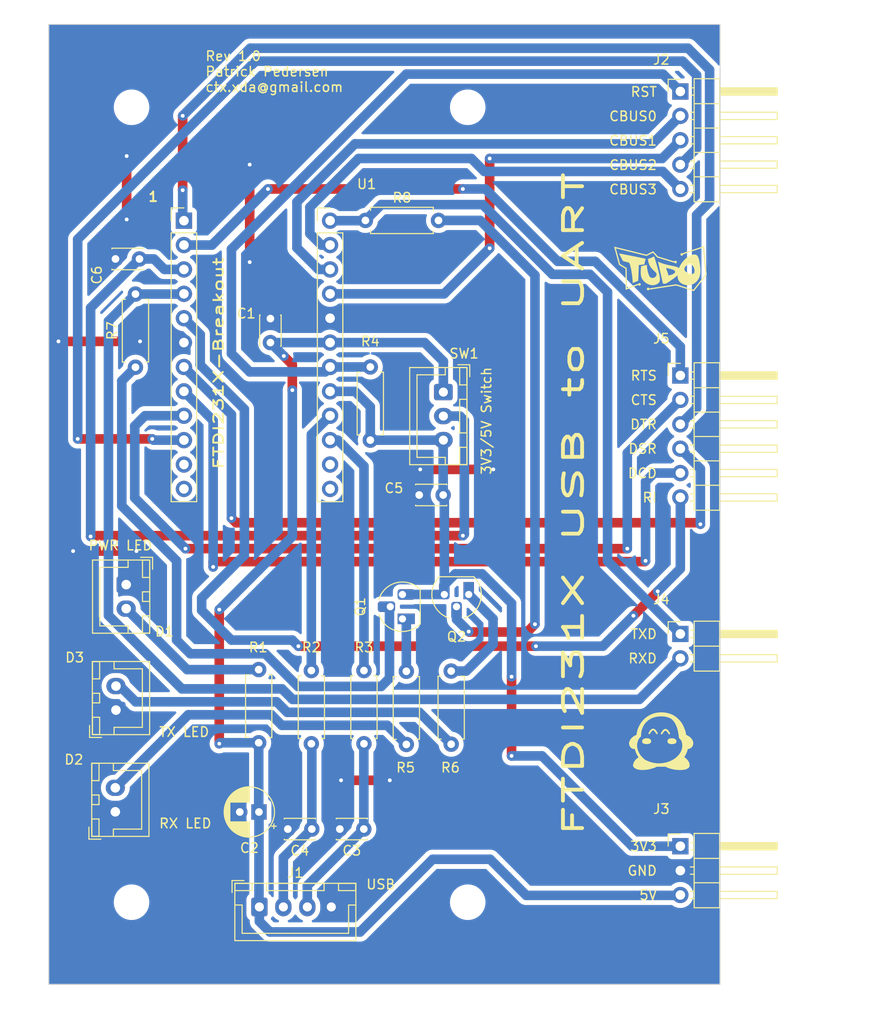
<source format=kicad_pcb>
(kicad_pcb (version 20221018) (generator pcbnew)
  (layers (0 "F.Cu" signal) (31 "B.Cu" signal) (34 "B.Paste" user) (35 "F.Paste" user) (36 "B.SilkS" user "B.Silkscreen") (37 "F.SilkS" user "F.Silkscreen") (38 "B.Mask" user) (39 "F.Mask" user) (44 "Edge.Cuts" user))
  (net 0 "")
  (net 1 "+5V")
  (net 2 "GND")
  (net 3 "/D+")
  (net 4 "/D-")
  (net 5 "+3.3V")
  (net 6 "Net-(SW1-B)")
  (net 7 "Net-(D1-A)")
  (net 8 "Net-(D2-A)")
  (net 9 "Net-(D3-A)")
  (net 10 "/RST")
  (net 11 "/CBUS0")
  (net 12 "/CBUS1")
  (net 13 "/CBUS2")
  (net 14 "/CBUS3")
  (net 15 "/TXD")
  (net 16 "/RXD")
  (net 17 "/RTS")
  (net 18 "/CTS")
  (net 19 "/DTR")
  (net 20 "/DSR")
  (net 21 "/DCD")
  (net 22 "/RI")
  (net 23 "Net-(U1-USBDM)")
  (net 24 "Net-(U1-USBDP)")
  (net 25 "Net-(Q1-C)")
  (net 26 "Net-(Q2-C)")
  (net 27 "Net-(Q1-B)")
  (net 28 "Net-(Q2-B)")
  (footprint "Connector_JST:JST_XH_B2B-XH-A_1x02_P2.50mm_Vertical" (layer "F.Cu") (at 133.9426 109.962 90)
    (fp_text reference "D2")
    (fp_text value "LED")
  )
  (footprint "Resistor_THT:R_Axial_DIN0207_L6.3mm_D2.5mm_P7.62mm_Horizontal" (layer "F.Cu") (at 168.9608 95.3008 -90)
    (fp_text reference "R6")
    (fp_text value "330")
  )
  (footprint "Capacitor_THT:C_Disc_D3.0mm_W2.0mm_P2.50mm" (layer "F.Cu") (at 159.853 111.76 180)
    (fp_text reference "C3")
    (fp_text value "47p")
  )
  (footprint "Capacitor_THT:C_Disc_D3.0mm_W2.0mm_P2.50mm" (layer "F.Cu") (at 136.4596 52.3748 180)
    (fp_text reference "C6")
    (fp_text value "100n")
  )
  (footprint "MountingHole:MountingHole_3.2mm_M3" (layer "F.Cu") (at 135.636 119.38)
    (fp_text reference "REF**" hide)
    (fp_text value "MountingHole_3.2mm_M3")
  )
  (footprint "Connector_JST:JST_XH_B3B-XH-A_1x03_P2.50mm_Vertical" (layer "F.Cu") (at 168.148 66.2432 -90)
    (fp_text reference "SW1")
    (fp_text value "SW_SPDT")
  )
  (footprint "Resistor_THT:R_Axial_DIN0207_L6.3mm_D2.5mm_P7.62mm_Horizontal" (layer "F.Cu") (at 136.0424 56.0324 -90)
    (fp_text reference "R7")
    (fp_text value "10k")
  )
  (footprint "Capacitor_THT:CP_Radial_D5.0mm_P2.00mm" (layer "F.Cu") (at 148.9202 109.982 180)
    (fp_text reference "C2")
    (fp_text value "4.7µ")
  )
  (footprint "Resistor_THT:R_Axial_DIN0207_L6.3mm_D2.5mm_P7.62mm_Horizontal" (layer "F.Cu") (at 159.8676 95.25 -90)
    (fp_text reference "R3")
    (fp_text value "27")
  )
  (footprint "Connector_PinHeader_2.54mm:PinHeader_1x05_P2.54mm_Horizontal" (layer "F.Cu") (at 192.856 34.93)
    (fp_text reference "J2")
    (fp_text value "CBUS")
  )
  (footprint "Resistor_THT:R_Axial_DIN0207_L6.3mm_D2.5mm_P7.62mm_Horizontal" (layer "F.Cu") (at 160.02 48.3616)
    (fp_text reference "R8")
    (fp_text value "10k")
  )
  (footprint "Capacitor_THT:C_Disc_D3.0mm_W2.0mm_P2.50mm" (layer "F.Cu") (at 150.114 61.087 90)
    (fp_text reference "C1")
    (fp_text value "100n")
  )
  (footprint "Connector_JST:JST_XH_B4B-XH-A_1x04_P2.50mm_Vertical" (layer "F.Cu") (at 148.964 119.871)
    (fp_text reference "J1")
    (fp_text value "USB JST")
  )
  (footprint "Connector_JST:JST_XH_B2B-XH-A_1x02_P2.50mm_Vertical" (layer "F.Cu") (at 135.0772 86.2984 -90)
    (fp_text reference "D1")
    (fp_text value "LED")
  )
  (footprint "MountingHole:MountingHole_3.2mm_M3" (layer "F.Cu") (at 135.636 36.576)
    (fp_text reference "REF**" hide)
    (fp_text value "MountingHole_3.2mm_M3")
  )
  (footprint "Connector_JST:JST_XH_B2B-XH-A_1x02_P2.50mm_Vertical" (layer "F.Cu") (at 134.0104 99.3648 90)
    (fp_text reference "D3")
    (fp_text value "LED")
  )
  (footprint "Breakout:FTDI231X_Breakout" (layer "F.Cu") (at 141.097 48.387)
    (fp_text reference "U1")
    (fp_text value "FT231XS")
  )
  (footprint "Capacitor_THT:C_Disc_D3.0mm_W2.0mm_P2.50mm" (layer "F.Cu") (at 154.432 111.76 180)
    (fp_text reference "C4")
    (fp_text value "47p")
  )
  (footprint "Connector_PinHeader_2.54mm:PinHeader_1x03_P2.54mm_Horizontal" (layer "F.Cu") (at 192.856 113.54585)
    (fp_text reference "J3")
    (fp_text value "SUPPLY")
  )
  (footprint "Package_TO_SOT_THT:TO-92_HandSolder" (layer "F.Cu") (at 163.8808 89.8652 90)
    (fp_text reference "Q1")
    (fp_text value "BC558")
  )
  (footprint "MountingHole:MountingHole_3.2mm_M3" (layer "F.Cu") (at 170.688 119.38)
    (fp_text reference "REF**" hide)
    (fp_text value "MountingHole_3.2mm_M3")
  )
  (footprint "Connector_PinHeader_2.54mm:PinHeader_1x06_P2.54mm_Horizontal" (layer "F.Cu") (at 192.856 64.516)
    (fp_text reference "J5")
    (fp_text value "OTHER")
  )
  (footprint "Resistor_THT:R_Axial_DIN0207_L6.3mm_D2.5mm_P7.62mm_Horizontal" (layer "F.Cu") (at 148.8948 102.7684 90)
    (fp_text reference "R1")
    (fp_text value "1k")
  )
  (footprint "Resistor_THT:R_Axial_DIN0207_L6.3mm_D2.5mm_P7.62mm_Horizontal" (layer "F.Cu") (at 164.2872 95.3262 -90)
    (fp_text reference "R5")
    (fp_text value "330")
  )
  (footprint "Resistor_THT:R_Axial_DIN0207_L6.3mm_D2.5mm_P7.62mm_Horizontal" (layer "F.Cu") (at 160.528 63.627 -90)
    (fp_text reference "R4")
    (fp_text value "100k")
  )
  (footprint "MountingHole:MountingHole_3.2mm_M3" (layer "F.Cu") (at 170.688 36.576)
    (fp_text reference "REF**" hide)
    (fp_text value "MountingHole_3.2mm_M3")
  )
  (footprint "Connector_PinHeader_2.54mm:PinHeader_1x02_P2.54mm_Horizontal" (layer "F.Cu") (at 192.856 91.435)
    (fp_text reference "J4")
    (fp_text value "TX/RX")
  )
  (footprint "Capacitor_THT:C_Disc_D3.0mm_W2.0mm_P2.50mm" (layer "F.Cu") (at 165.628 76.962)
    (fp_text reference "C5")
    (fp_text value "100n")
  )
  (footprint "Package_TO_SOT_THT:TO-92_HandSolder" (layer "F.Cu") (at 170.7896 87.3252 180)
    (fp_text reference "Q2")
    (fp_text value "BC558")
  )
  (footprint "Resistor_THT:R_Axial_DIN0207_L6.3mm_D2.5mm_P7.62mm_Horizontal" (layer "F.Cu") (at 154.3812 95.25 -90)
    (fp_text reference "R2")
    (fp_text value "27")
  )
  (gr_line (start 190.071147 101.401028) (end 190.094821 101.410304) (stroke (width 0.160482)) (layer "F.SilkS"))
  (gr_poly (pts (xy 189.317643 51.923801) (xy 190.02034 51.565012) (xy 190.519559 52.109449) (xy 192.229662 52.62828) (xy 192.234403 52.619976) (xy 192.239658 52.612085) (xy 192.245401 52.604626) (xy 192.251604 52.597613) (xy 192.258239 52.591065) (xy 192.265278 52.584997) (xy 192.272693 52.579428) (xy 192.280458 52.574373) (xy 192.288544 52.569848) (xy 192.296923 52.565872) (xy 192.305567 52.562461) (xy 192.31445 52.559631) (xy 192.323543 52.557399) (xy 192.332819 52.555782) (xy 192.342249 52.554797) (xy 192.351807 52.55446) (xy 192.358913 52.554641) (xy 192.365927 52.555175) (xy 192.372838 52.556054) (xy 192.379639 52.557269) (xy 192.38632 52.558812) (xy 192.392874 52.560673) (xy 192.39929 52.562845) (xy 192.405562 52.565318) (xy 192.411679 52.568084) (xy 192.417633 52.571134) (xy 192.423416 52.57446) (xy 192.429019 52.578053) (xy 192.434434 52.581903) (xy 192.439651 52.586003) (xy 192.444661 52.590344) (xy 192.449457 52.594917) (xy 192.45403 52.599713) (xy 192.45837 52.604724) (xy 192.46247 52.609941) (xy 192.46632 52.615356) (xy 192.469912 52.620959) (xy 192.473237 52.626742) (xy 192.476287 52.632697) (xy 192.479052 52.638814) (xy 192.481525 52.645085) (xy 192.483696 52.651501) (xy 192.485557 52.658055) (xy 192.487098 52.664736) (xy 192.488313 52.671536) (xy 192.489191 52.678447) (xy 192.489724 52.68546) (xy 192.489904 52.692566) (xy 192.489724 52.699672) (xy 192.48919 52.706686) (xy 192.488312 52.713597) (xy 192.487097 52.720398) (xy 192.485555 52.72708) (xy 192.483694 52.733633) (xy 192.481522 52.74005) (xy 192.479049 52.746321) (xy 192.476283 52.752439) (xy 192.473233 52.758393) (xy 192.469908 52.764177) (xy 192.466315 52.76978) (xy 192.462465 52.775194) (xy 192.458365 52.780411) (xy 192.454024 52.785423) (xy 192.449451 52.790219) (xy 192.444655 52.794792) (xy 192.439644 52.799132) (xy 192.434426 52.803232) (xy 192.429012 52.807083) (xy 192.423408 52.810675) (xy 192.417624 52.814) (xy 192.411669 52.81705) (xy 192.405552 52.819816) (xy 192.39928 52.822289) (xy 192.392863 52.82446) (xy 192.386309 52.826322) (xy 192.379627 52.827864) (xy 192.372826 52.829079) (xy 192.365914 52.829957) (xy 192.358899 52.830491) (xy 192.351792 52.830671) (xy 192.344685 52.830491) (xy 192.337672 52.829957) (xy 192.330761 52.829078) (xy 192.32396 52.827863) (xy 192.317278 52.82632) (xy 192.310725 52.824458) (xy 192.304308 52.822287) (xy 192.298037 52.819813) (xy 192.29192 52.817047) (xy 192.285965 52.813997) (xy 192.280182 52.810671) (xy 192.274579 52.807079) (xy 192.269165 52.803228) (xy 192.263948 52.799128) (xy 192.258937 52.794787) (xy 192.254141 52.790215) (xy 192.249568 52.785418) (xy 192.245228 52.780407) (xy 192.241128 52.77519) (xy 192.237278 52.769776) (xy 192.233686 52.764172) (xy 192.230361 52.758389) (xy 192.227312 52.752435) (xy 192.224546 52.746318) (xy 192.222073 52.740046) (xy 192.219902 52.73363) (xy 192.218042 52.727077) (xy 192.2165 52.720396) (xy 192.215285 52.713596) (xy 192.214407 52.706685) (xy 192.213874 52.699672) (xy 192.213694 52.692566) (xy 192.19447 52.755869) (xy 190.446515 52.22554) (xy 189.990858 51.728594) (xy 189.33387 52.064077) (xy 186.135331 51.27503) (xy 186.576441 52.90555) (xy 187.265314 53.315887) (xy 187.279344 55.398886) (xy 188.430101 54.962221) (xy 188.453691 55.02444) (xy 188.453691 55.024077) (xy 188.453871 55.01697) (xy 188.454405 55.009957) (xy 188.455283 55.003045) (xy 188.456498 54.996245) (xy 188.45804 54.989563) (xy 188.459902 54.98301) (xy 188.462073 54.976593) (xy 188.464546 54.970321) (xy 188.467312 54.964204) (xy 188.470362 54.958249) (xy 188.473688 54.952466) (xy 188.47728 54.946863) (xy 188.48113 54.941448) (xy 188.48523 54.936231) (xy 188.489571 54.93122) (xy 188.494144 54.926424) (xy 188.498941 54.921851) (xy 188.503952 54.917511) (xy 188.509169 54.913411) (xy 188.514584 54.90956) (xy 188.520187 54.905968) (xy 188.525971 54.902643) (xy 188.531926 54.899593) (xy 188.538044 54.896827) (xy 188.544316 54.894354) (xy 188.550733 54.892182) (xy 188.557287 54.890321) (xy 188.563969 54.888779) (xy 188.57077 54.887564) (xy 188.577682 54.886686) (xy 188.584696 54.886152) (xy 188.591804 54.885972) (xy 188.598653 54.886141) (xy 188.605455 54.886647) (xy 188.6122 54.887484) (xy 188.618875 54.888648) (xy 188.625471 54.890135) (xy 188.631974 54.891939) (xy 188.638374 54.894056) (xy 188.64466 54.896482) (xy 188.650821 54.899211) (xy 188.656844 54.902239) (xy 188.662719 54.905561) (xy 188.668434 54.909172) (xy 188.673978 54.913069) (xy 188.67934 54.917245) (xy 188.684508 54.921697) (xy 188.689471 54.92642) (xy 188.694194 54.931383) (xy 188.698647 54.936551) (xy 188.702824 54.941912) (xy 188.706721 54.947456) (xy 188.710333 54.95317) (xy 188.713655 54.959045) (xy 188.716684 54.965068) (xy 188.719413 54.971227) (xy 188.721839 54.977513) (xy 188.723957 54.983912) (xy 188.725762 54.990415) (xy 188.727249 54.99701) (xy 188.728414 55.003684) (xy 188.729252 55.010428) (xy 188.729758 55.017229) (xy 188.729927 55.024077) (xy 188.729757 55.030926) (xy 188.729251 55.037728) (xy 188.728413 55.044473) (xy 188.727247 55.051149) (xy 188.72576 55.057744) (xy 188.723955 55.064247) (xy 188.721837 55.070647) (xy 188.71941 55.076932) (xy 188.71668 55.083092) (xy 188.713652 55.089115) (xy 188.710329 55.094989) (xy 188.706716 55.100704) (xy 188.702819 55.106248) (xy 188.698642 55.111609) (xy 188.694189 55.116776) (xy 188.689466 55.121739) (xy 188.684502 55.126461) (xy 188.679334 55.130913) (xy 188.673972 55.135089) (xy 188.668428 55.138985) (xy 188.662712 55.142597) (xy 188.656837 55.145919) (xy 188.650814 55.148946) (xy 188.644654 55.151675) (xy 188.638368 55.1541) (xy 188.631967 55.156217) (xy 188.625464 55.158021) (xy 188.618868 55.159507) (xy 188.612193 55.160671) (xy 188.605448 55.161508) (xy 188.598645 55.162014) (xy 188.591796 55.162182) (xy 188.587015 55.162096) (xy 188.582262 55.161847) (xy 188.57754 55.161436) (xy 188.572853 55.160866) (xy 188.568205 55.160138) (xy 188.563598 55.159256) (xy 188.559037 55.15822) (xy 188.554525 55.157033) (xy 188.550065 55.155697) (xy 188.54566 55.154215) (xy 188.541315 55.152588) (xy 188.537032 55.150818) (xy 188.532815 55.148907) (xy 188.528668 55.146858) (xy 188.524593 55.144672) (xy 188.520595 55.142352) (xy 188.516676 55.139899) (xy 188.512841 55.137317) (xy 188.509092 55.134606) (xy 188.505434 55.131769) (xy 188.501869 55.128808) (xy 188.498401 55.125725) (xy 188.495034 55.122523) (xy 188.49177 55.119202) (xy 188.488614 55.115766) (xy 188.485568 55.112216) (xy 188.482637 55.108555) (xy 188.479823 55.104784) (xy 188.477131 55.100905) (xy 188.474563 55.096922) (xy 188.472123 55.092835) (xy 188.469814 55.088647) (xy 187.148344 55.590115) (xy 187.133539 53.39136) (xy 186.462727 52.991798) (xy 185.94896 51.092793)) (fill solid) (layer "F.SilkS"))
  (gr_line (start 190.190172 101.477601) (end 190.214341 101.501799) (stroke (width 0.160482)) (layer "F.SilkS"))
  (gr_line (start 189.853971 101.460751) (end 189.878869 101.440968) (stroke (width 0.160482)) (layer "F.SilkS"))
  (gr_poly (pts (xy 190.955805 99.604249) (xy 191.032156 99.606993) (xy 191.107969 99.611566) (xy 191.182997 99.617969) (xy 191.256994 99.626201) (xy 191.329714 99.636262) (xy 191.400911 99.648153) (xy 191.470339 99.661873) (xy 191.55007 99.680859) (xy 191.633182 99.703628) (xy 191.717719 99.729497) (xy 191.801729 99.757784) (xy 191.883259 99.787808) (xy 191.960355 99.818887) (xy 192.031064 99.850337) (xy 192.093433 99.881477) (xy 192.159805 99.918753) (xy 192.2263 99.959483) (xy 192.292668 100.003429) (xy 192.358657 100.050356) (xy 192.424018 100.100027) (xy 192.488502 100.152205) (xy 192.551857 100.206654) (xy 192.613835 100.263139) (xy 192.674185 100.321421) (xy 192.732657 100.381266) (xy 192.789002 100.442436) (xy 192.842968 100.504695) (xy 192.894307 100.567807) (xy 192.942768 100.631535) (xy 192.988102 100.695643) (xy 193.030057 100.759894) (xy 193.062727 100.813964) (xy 193.095149 100.871238) (xy 193.127168 100.931322) (xy 193.158629 100.993823) (xy 193.189376 101.058346) (xy 193.219256 101.124499) (xy 193.27579 101.260122) (xy 193.326991 101.397542) (xy 193.350204 101.465943) (xy 193.371618 101.533614) (xy 193.39108 101.600161) (xy 193.408433 101.66519) (xy 193.423522 101.728308) (xy 193.436193 101.789123) (xy 193.463974 101.939935) (xy 193.571131 101.995498) (xy 193.613795 102.018085) (xy 193.654973 102.041195) (xy 193.694667 102.064825) (xy 193.732878 102.08897) (xy 193.769609 102.113627) (xy 193.804861 102.138791) (xy 193.838636 102.16446) (xy 193.870937 102.190628) (xy 193.901765 102.217292) (xy 193.931122 102.244449) (xy 193.95901 102.272094) (xy 193.985431 102.300223) (xy 194.010387 102.328833) (xy 194.03388 102.35792) (xy 194.055912 102.38748) (xy 194.076485 102.417508) (xy 194.110175 102.473379) (xy 194.138825 102.529734) (xy 194.162448 102.586376) (xy 194.181057 102.643107) (xy 194.194667 102.699729) (xy 194.203291 102.756045) (xy 194.206943 102.811858) (xy 194.205635 102.866969) (xy 194.203126 102.894199) (xy 194.199382 102.921181) (xy 194.194405 102.947888) (xy 194.188197 102.974296) (xy 194.180759 103.00038) (xy 194.172093 103.026116) (xy 194.162202 103.051479) (xy 194.151085 103.076444) (xy 194.138746 103.100987) (xy 194.125186 103.125083) (xy 194.110406 103.148707) (xy 194.094409 103.171834) (xy 194.077196 103.19444) (xy 194.058768 103.2165) (xy 194.039128 103.237989) (xy 194.018277 103.258883) (xy 193.9998 103.276246) (xy 193.981096 103.292612) (xy 193.962181 103.307979) (xy 193.943077 103.322342) (xy 193.923803 103.335697) (xy 193.904377 103.34804) (xy 193.884819 103.359369) (xy 193.865149 103.369677) (xy 193.845386 103.378963) (xy 193.82555 103.387222) (xy 193.805659 103.394449) (xy 193.785733 103.400642) (xy 193.765792 103.405796) (xy 193.745854 103.409907) (xy 193.72594 103.412972) (xy 193.706068 103.414987) (xy 193.630662 103.420279) (xy 193.609496 103.515529) (xy 193.600838 103.550743) (xy 193.590339 103.588199) (xy 193.578143 103.627566) (xy 193.564392 103.668512) (xy 193.532802 103.753817) (xy 193.496717 103.841462) (xy 193.457282 103.928798) (xy 193.415647 104.013173) (xy 193.372957 104.091936) (xy 193.351575 104.128384) (xy 193.33036 104.162435) (xy 193.318743 104.180537) (xy 193.30787 104.197864) (xy 193.29799 104.214013) (xy 193.289349 104.228581) (xy 193.282197 104.241164) (xy 193.276782 104.25136) (xy 193.27335 104.258765) (xy 193.272456 104.261295) (xy 193.272152 104.262977) (xy 193.272271 104.263553) (xy 193.272624 104.264288) (xy 193.273207 104.265176) (xy 193.274012 104.266212) (xy 193.276268 104.268709) (xy 193.279345 104.271741) (xy 193.283197 104.275269) (xy 193.287779 104.279255) (xy 193.293042 104.283659) (xy 193.298941 104.288443) (xy 193.305429 104.293568) (xy 193.312459 104.298995) (xy 193.319986 104.304686) (xy 193.327962 104.310602) (xy 193.336341 104.316703) (xy 193.345077 104.322952) (xy 193.354123 104.32931) (xy 193.363433 104.335737) (xy 193.398098 104.360475) (xy 193.432082 104.386982) (xy 193.465296 104.415136) (xy 193.497647 104.444816) (xy 193.529044 104.475898) (xy 193.559398 104.508261) (xy 193.588615 104.541784) (xy 193.616606 104.576343) (xy 193.643279 104.611816) (xy 193.668543 104.648082) (xy 193.692308 104.685019) (xy 193.714481 104.722504) (xy 193.734972 104.760415) (xy 193.753691 104.798631) (xy 193.770544 104.837029) (xy 193.785443 104.875487) (xy 193.792293 104.897163) (xy 193.798447 104.92035) (xy 193.803892 104.944788) (xy 193.808615 104.97022) (xy 193.812601 104.996389) (xy 193.815836 105.023036) (xy 193.818309 105.049904) (xy 193.820004 105.076735) (xy 193.820909 105.103272) (xy 193.821009 105.129257) (xy 193.820292 105.154431) (xy 193.818743 105.178538) (xy 193.81635 105.201319) (xy 193.813098 105.222517) (xy 193.808974 105.241874) (xy 193.803964 105.259133) (xy 193.800393 105.268475) (xy 193.796142 105.277891) (xy 193.791226 105.287368) (xy 193.785663 105.296895) (xy 193.779469 105.30646) (xy 193.77266 105.316051) (xy 193.765255 105.325656) (xy 193.757269 105.335262) (xy 193.739622 105.354435) (xy 193.719853 105.373475) (xy 193.698095 105.392285) (xy 193.674483 105.410772) (xy 193.64915 105.42884) (xy 193.622231 105.446395) (xy 193.593857 105.463342) (xy 193.564164 105.479584) (xy 193.533286 105.495029) (xy 193.501354 105.50958) (xy 193.468505 105.523143) (xy 193.43487 105.535622) (xy 193.398815 105.546888) (xy 193.358386 105.557347) (xy 193.313985 105.566969) (xy 193.266012 105.575723) (xy 193.214869 105.583578) (xy 193.160957 105.590503) (xy 193.104676 105.596466) (xy 193.046429 105.601437) (xy 192.925638 105.608279) (xy 192.801792 105.61078) (xy 192.739727 105.610326) (xy 192.678102 105.608693) (xy 192.617318 105.605851) (xy 192.557776 105.601768) (xy 192.468397 105.594014) (xy 192.38621 105.585376) (xy 192.308861 105.575467) (xy 192.233992 105.5639) (xy 192.159248 105.550285) (xy 192.082271 105.534237) (xy 192.000705 105.515368) (xy 191.912193 105.493289) (xy 191.826291 105.470476) (xy 191.748606 105.448454) (xy 191.6783 105.426897) (xy 191.614537 105.40548) (xy 191.556478 105.383877) (xy 191.503288 105.361762) (xy 191.454128 105.33881) (xy 191.408162 105.314695) (xy 191.320849 105.26707) (xy 190.861797 105.265747) (xy 190.404068 105.265747) (xy 190.30088 105.314695) (xy 190.255855 105.334948) (xy 190.206462 105.355421) (xy 190.096697 105.396426) (xy 189.975831 105.436502) (xy 189.848112 105.474437) (xy 189.71779 105.509024) (xy 189.58911 105.539054) (xy 189.466322 105.563316) (xy 189.408464 105.572906) (xy 189.353672 105.580601) (xy 189.283728 105.587813) (xy 189.199925 105.594389) (xy 189.108245 105.600065) (xy 189.014675 105.604579) (xy 188.925197 105.607667) (xy 188.845796 105.609065) (xy 188.782456 105.608509) (xy 188.741162 105.605736) (xy 188.741162 105.605737) (xy 188.678654 105.5978) (xy 188.582412 105.585894) (xy 188.541524 105.580502) (xy 188.501249 105.57377) (xy 188.46164 105.56572) (xy 188.422752 105.556376) (xy 188.38464 105.54576) (xy 188.347357 105.533897) (xy 188.310957 105.520808) (xy 188.275495 105.506519) (xy 188.241026 105.49105) (xy 188.207603 105.474427) (xy 188.175281 105.456673) (xy 188.144113 105.437809) (xy 188.114155 105.417861) (xy 188.08546 105.396851) (xy 188.058084 105.374802) (xy 188.032079 105.351737) (xy 188.016458 105.337144) (xy 188.002298 105.323049) (xy 187.989541 105.30933) (xy 187.978129 105.295865) (xy 187.968003 105.282531) (xy 187.959106 105.269207) (xy 187.955101 105.262511) (xy 187.95138 105.255771) (xy 187.947938 105.248973) (xy 187.944766 105.242101) (xy 187.941858 105.235139) (xy 187.939207 105.228073) (xy 187.936804 105.220888) (xy 187.934643 105.213567) (xy 187.931017 105.198461) (xy 187.928271 105.182631) (xy 187.926347 105.165957) (xy 187.925186 105.148316) (xy 187.924731 105.129585) (xy 187.924922 105.109644) (xy 187.928544 105.060711) (xy 187.936782 105.010383) (xy 187.949415 104.959002) (xy 187.966222 104.906907) (xy 187.986983 104.85444) (xy 188.011475 104.801942) (xy 188.039479 104.749753) (xy 188.070774 104.698217) (xy 188.105138 104.647672) (xy 188.142351 104.59846) (xy 188.182192 104.550923) (xy 188.224439 104.505401) (xy 188.268872 104.462236) (xy 188.315271 104.421768) (xy 188.363413 104.384339) (xy 188.413079 104.350289) (xy 188.42952 104.339479) (xy 188.444891 104.32904) (xy 188.458867 104.319222) (xy 188.471122 104.310271) (xy 188.48133 104.302437) (xy 188.489167 104.295967) (xy 188.492094 104.293321) (xy 188.494306 104.29111) (xy 188.495763 104.289363) (xy 188.496423 104.288112) (xy 188.49601 104.286496) (xy 188.4948 104.283676) (xy 188.49283 104.27972) (xy 188.490139 104.274697) (xy 188.482749 104.261719) (xy 188.472941 104.245283) (xy 188.461024 104.225933) (xy 188.447309 104.204211) (xy 188.432106 104.180659) (xy 188.415725 104.155821) (xy 188.390523 104.116553) (xy 188.36604 104.076205) (xy 188.342313 104.034878) (xy 188.319379 103.992668) (xy 188.297274 103.949675) (xy 188.276035 103.905999) (xy 188.2557 103.861737) (xy 188.236304 103.816989) (xy 188.217885 103.771853) (xy 188.200479 103.726428) (xy 188.184124 103.680814) (xy 188.168856 103.635108) (xy 188.154712 103.589411) (xy 188.141728 103.543819) (xy 188.129943 103.498434) (xy 188.119391 103.453352) (xy 188.118159 103.447488) (xy 188.116916 103.44228) (xy 188.115618 103.437705) (xy 188.114936 103.435646) (xy 188.114224 103.433736) (xy 188.113477 103.431971) (xy 188.112689 103.430348) (xy 188.111857 103.428864) (xy 188.110973 103.427516) (xy 188.110033 103.426301) (xy 188.109032 103.425216) (xy 188.107964 103.424257) (xy 188.106824 103.423421) (xy 188.105606 103.422705) (xy 188.104305 103.422107) (xy 188.102916 103.421622) (xy 188.101434 103.421248) (xy 188.099852 103.420981) (xy 188.098167 103.420819) (xy 188.096372 103.420759) (xy 188.094463 103.420796) (xy 188.092433 103.420928) (xy 188.090277 103.421152) (xy 188.085569 103.421863) (xy 188.080295 103.422903) (xy 188.074412 103.424248) (xy 188.070035 103.424884) (xy 188.064883 103.425307) (xy 188.059018 103.425521) (xy 188.052501 103.425529) (xy 188.045396 103.425336) (xy 188.037763 103.424945) (xy 188.029665 103.424361) (xy 188.021165 103.423586) (xy 188.003202 103.421483) (xy 187.984371 103.418667) (xy 187.974785 103.417001) (xy 187.965168 103.415168) (xy 187.955582 103.413173) (xy 187.946089 103.411018) (xy 187.906062 103.400431) (xy 187.867838 103.387524) (xy 187.831425 103.372303) (xy 187.796827 103.354774) (xy 187.780211 103.345146) (xy 187.764051 103.334943) (xy 187.748348 103.324166) (xy 187.733102 103.312815) (xy 187.718315 103.300892) (xy 187.703987 103.288397) (xy 187.690118 103.275331) (xy 187.67671 103.261695) (xy 187.663764 103.247488) (xy 187.651279 103.232713) (xy 187.627698 103.201458) (xy 187.605973 103.167936) (xy 187.586111 103.132152) (xy 187.568117 103.094113) (xy 187.551997 103.053823) (xy 187.551065 103.051041) (xy 188.345941 103.051041) (xy 188.348818 103.129133) (xy 188.356307 103.208475) (xy 188.36837 103.288884) (xy 188.384967 103.370174) (xy 188.40606 103.452161) (xy 188.43161 103.534662) (xy 188.461578 103.617493) (xy 188.495926 103.700469) (xy 188.534615 103.783406) (xy 188.577606 103.86612) (xy 188.62486 103.948427) (xy 188.676339 104.030144) (xy 188.68409 104.041085) (xy 188.693387 104.053494) (xy 188.716233 104.082254) (xy 188.744102 104.115511) (xy 188.776219 104.152348) (xy 188.811809 104.191852) (xy 188.850096 104.233108) (xy 188.890305 104.275201) (xy 188.931662 104.317217) (xy 189.002614 104.38697) (xy 189.033435 104.416362) (xy 189.061969 104.442646) (xy 189.088829 104.466232) (xy 189.114628 104.487532) (xy 189.139976 104.506956) (xy 189.165488 104.524915) (xy 189.191774 104.541819) (xy 189.219448 104.558081) (xy 189.249122 104.574109) (xy 189.281408 104.590316) (xy 189.316919 104.607112) (xy 189.356267 104.624908) (xy 189.448923 104.665144) (xy 189.536535 104.700925) (xy 189.624274 104.73386) (xy 189.712171 104.763954) (xy 189.80026 104.791213) (xy 189.888574 104.815643) (xy 189.977146 104.837249) (xy 190.066008 104.856038) (xy 190.155194 104.872015) (xy 190.244737 104.885185) (xy 190.334669 104.895556) (xy 190.425024 104.903132) (xy 190.515834 104.90792) (xy 190.607132 104.909924) (xy 190.698952 104.909152) (xy 190.791326 104.905609) (xy 190.884287 104.8993) (xy 190.988277 104.888771) (xy 191.091752 104.874601) (xy 191.194506 104.856869) (xy 191.296334 104.835655) (xy 191.39703 104.811038) (xy 191.496389 104.783098) (xy 191.594205 104.751913) (xy 191.690274 104.717564) (xy 191.784389 104.68013) (xy 191.876345 104.639691) (xy 191.965937 104.596325) (xy 192.052959 104.550112) (xy 192.137207 104.501132) (xy 192.218474 104.449464) (xy 192.296555 104.395188) (xy 192.371245 104.338383) (xy 192.406684 104.309336) (xy 192.442432 104.278395) (xy 192.478299 104.245776) (xy 192.514099 104.211694) (xy 192.549643 104.176363) (xy 192.584743 104.14) (xy 192.619212 104.10282) (xy 192.652861 104.065036) (xy 192.685502 104.026865) (xy 192.716947 103.988521) (xy 192.747009 103.95022) (xy 192.775499 103.912177) (xy 192.80223 103.874607) (xy 192.827013 103.837724) (xy 192.849661 103.801745) (xy 192.869985 103.766883) (xy 192.90198 103.706519) (xy 192.930984 103.645061) (xy 192.956979 103.582627) (xy 192.979952 103.519332) (xy 192.999886 103.455294) (xy 193.016766 103.390627) (xy 193.030577 103.325449) (xy 193.041302 103.259875) (xy 193.048927 103.194023) (xy 193.053436 103.128007) (xy 193.054813 103.061946) (xy 193.053043 102.995953) (xy 193.048111 102.930147) (xy 193.04 102.864644) (xy 193.028696 102.799559) (xy 193.014183 102.735008) (xy 193.005995 102.70408) (xy 192.997729 102.675167) (xy 192.989277 102.648083) (xy 192.980531 102.622643) (xy 192.971382 102.59866) (xy 192.961721 102.575948) (xy 192.95144 102.554322) (xy 192.94043 102.533594) (xy 192.928583 102.51358) (xy 192.915791 102.494093) (xy 192.901944 102.474947) (xy 192.886934 102.455955) (xy 192.870654 102.436933) (xy 192.852993 102.417694) (xy 192.833844 102.398052) (xy 192.813099 102.377821) (xy 192.71388 102.283894) (xy 192.688745 102.093394) (xy 192.660468 101.889856) (xy 192.631446 101.710037) (xy 192.600564 101.549753) (xy 192.566706 101.404816) (xy 192.548312 101.336795) (xy 192.528755 101.271041) (xy 192.507895 101.207031) (xy 192.485594 101.144242) (xy 192.436109 101.020235) (xy 192.379182 100.894831) (xy 192.339758 100.815332) (xy 192.320424 100.778559) (xy 192.301172 100.743523) (xy 192.281872 100.710036) (xy 192.262399 100.677914) (xy 192.242623 100.64697) (xy 192.222417 100.617019) (xy 192.201653 100.587873) (xy 192.180202 100.559348) (xy 192.157938 100.531257) (xy 192.134732 100.503413) (xy 192.110457 100.475632) (xy 192.084984 100.447727) (xy 192.058185 100.419512) (xy 192.029933 100.3908) (xy 191.992912 100.354298) (xy 191.976424 100.338556) (xy 191.960976 100.324262) (xy 191.946333 100.311246) (xy 191.932264 100.299341) (xy 191.918536 100.288377) (xy 191.904917 100.278187) (xy 191.891174 100.268601) (xy 191.877074 100.259452) (xy 191.862385 100.250569) (xy 191.846874 100.241786) (xy 191.830309 100.232933) (xy 191.812457 100.223841) (xy 191.771964 100.204269) (xy 191.746125 100.19208) (xy 191.719665 100.180306) (xy 191.692518 100.168928) (xy 191.664621 100.157925) (xy 191.635911 100.147279) (xy 191.606323 100.136971) (xy 191.544257 100.117287) (xy 191.477912 100.09872) (xy 191.406777 100.081114) (xy 191.33034 100.064314) (xy 191.248089 100.048165) (xy 191.212739 100.042584) (xy 191.172161 100.037749) (xy 191.078218 100.030326) (xy 190.972059 100.02591) (xy 190.859482 100.024518) (xy 190.746285 100.026163) (xy 190.638266 100.030863) (xy 190.541223 100.038633) (xy 190.498629 100.043674) (xy 190.460954 100.049488) (xy 190.371685 100.066031) (xy 190.285807 100.084478) (xy 190.203115 100.104932) (xy 190.123403 100.127498) (xy 190.046467 100.152282) (xy 189.9721 100.179387) (xy 189.900097 100.208918) (xy 189.830253 100.24098) (xy 189.762363 100.275677) (xy 189.69622 100.313115) (xy 189.63162 100.353397) (xy 189.568357 100.396629) (xy 189.506226 100.442915) (xy 189.445021 100.49236) (xy 189.384537 100.545068) (xy 189.324568 100.601144) (xy 189.282998 100.64257) (xy 189.242653 100.685934) (xy 189.203584 100.731159) (xy 189.165839 100.778167) (xy 189.129466 100.826879) (xy 189.094513 100.87722) (xy 189.061029 100.929111) (xy 189.029062 100.982474) (xy 188.998661 101.037233) (xy 188.969874 101.09331) (xy 188.94275 101.150627) (xy 188.917337 101.209107) (xy 188.893684 101.268671) (xy 188.871839 101.329244) (xy 188.85185 101.390747) (xy 188.833766 101.453102) (xy 188.818486 101.513969) (xy 188.804538 101.578634) (xy 188.792141 101.645811) (xy 188.781511 101.714213) (xy 188.772866 101.782552) (xy 188.766422 101.849543) (xy 188.762396 101.913898) (xy 188.761006 101.974331) (xy 188.761006 102.098685) (xy 188.664433 102.199227) (xy 188.638682 102.226977) (xy 188.614449 102.254789) (xy 188.591638 102.28285) (xy 188.570154 102.311344) (xy 188.549903 102.340459) (xy 188.53079 102.370379) (xy 188.512719 102.401292) (xy 188.495596 102.433383) (xy 188.479325 102.466839) (xy 188.463812 102.501844) (xy 188.448962 102.538586) (xy 188.434679 102.57725) (xy 188.42087 102.618023) (xy 188.407438 102.66109) (xy 188.39429 102.706638) (xy 188.381329 102.754852) (xy 188.36537 102.826104) (xy 188.354178 102.899342) (xy 188.347715 102.974382) (xy 188.345941 103.051041) (xy 187.551065 103.051041) (xy 187.537757 103.01129) (xy 187.525402 102.966519) (xy 187.518648 102.937353) (xy 187.513291 102.909241) (xy 187.509365 102.881966) (xy 187.506901 102.855311) (xy 187.505934 102.829059) (xy 187.506496 102.802994) (xy 187.508619 102.776897) (xy 187.512338 102.750553) (xy 187.517684 102.723743) (xy 187.524691 102.696251) (xy 187.533392 102.66786) (xy 187.543819 102.638353) (xy 187.556006 102.607512) (xy 187.569985 102.575121) (xy 187.58579 102.540963) (xy 187.603454 102.504821) (xy 187.624379 102.466035) (xy 187.647885 102.427634) (xy 187.673856 102.389726) (xy 187.702176 102.352417) (xy 187.732729 102.315813) (xy 187.765397 102.280021) (xy 187.800066 102.245147) (xy 187.836618 102.211299) (xy 187.874937 102.178582) (xy 187.914908 102.147104) (xy 187.956413 102.11697) (xy 187.999337 102.088288) (xy 188.043563 102.061164) (xy 188.088974 102.035705) (xy 188.135456 102.012017) (xy 188.182891 101.990206) (xy 188.28211 101.94655) (xy 188.303277 101.806321) (xy 188.312474 101.751131) (xy 188.322722 101.69663) (xy 188.334048 101.642729) (xy 188.346478 101.589342) (xy 188.36004 101.536381) (xy 188.374761 101.483759) (xy 188.390667 101.431389) (xy 188.407787 101.379184) (xy 188.426147 101.327056) (xy 188.445774 101.274919) (xy 188.466696 101.222685) (xy 188.48894 101.170267) (xy 188.5375 101.064529) (xy 188.591672 100.957008) (xy 188.660134 100.835159) (xy 188.734863 100.717796) (xy 188.815583 100.605126) (xy 188.90202 100.497357) (xy 188.993899 100.394696) (xy 189.090944 100.297351) (xy 189.192881 100.205529) (xy 189.299433 100.119437) (xy 189.410326 100.039283) (xy 189.525285 99.965273) (xy 189.644034 99.897616) (xy 189.766298 99.836519) (xy 189.891803 99.782188) (xy 190.020273 99.734832) (xy 190.151432 99.694658) (xy 190.285006 99.661873) (xy 190.355131 99.648153) (xy 190.426932 99.636262) (xy 190.500164 99.626201) (xy 190.57458 99.617969) (xy 190.649933 99.611566) (xy 190.725979 99.606993) (xy 190.80247 99.604249) (xy 190.879161 99.603334)) (fill solid) (layer "F.SilkS"))
  (gr_poly (pts (xy 190.360503 52.872511) (xy 190.454944 53.193257) (xy 190.5443 53.510686) (xy 190.619058 53.797579) (xy 190.669706 54.026722) (xy 190.70221 54.209947) (xy 190.714988 54.29566) (xy 190.724308 54.377477) (xy 190.729312 54.455424) (xy 190.729927 54.492955) (xy 190.729142 54.529528) (xy 190.726849 54.565148) (xy 190.722942 54.599818) (xy 190.717312 54.63354) (xy 190.709853 54.666319) (xy 190.700458 54.698158) (xy 190.68902 54.729059) (xy 190.675431 54.759028) (xy 190.659584 54.788066) (xy 190.641372 54.816177) (xy 190.620688 54.843365) (xy 190.597424 54.869634) (xy 190.571475 54.894985) (xy 190.542731 54.919424) (xy 190.511087 54.942953) (xy 190.476435 54.965575) (xy 190.438668 54.987295) (xy 190.397678 55.008115) (xy 190.353359 55.028039) (xy 190.305604 55.04707) (xy 190.254305 55.065212) (xy 190.20529 55.079784) (xy 190.155315 55.091228) (xy 190.104502 55.099619) (xy 190.052975 55.105032) (xy 190.000856 55.107538) (xy 189.948268 55.107214) (xy 189.895334 55.104133) (xy 189.842178 55.098369) (xy 189.788921 55.089995) (xy 189.735688 55.079087) (xy 189.6826 55.065718) (xy 189.629781 55.049963) (xy 189.577355 55.031894) (xy 189.525443 55.011587) (xy 189.474169 54.989115) (xy 189.423655 54.964552) (xy 189.374025 54.937973) (xy 189.325402 54.909452) (xy 189.277908 54.879062) (xy 189.231667 54.846878) (xy 189.186802 54.812973) (xy 189.143434 54.777422) (xy 189.101689 54.740299) (xy 189.061687 54.701677) (xy 189.023553 54.661632) (xy 188.987409 54.620236) (xy 188.953378 54.577565) (xy 188.921583 54.533691) (xy 188.892147 54.48869) (xy 188.865194 54.442634) (xy 188.840845 54.395599) (xy 188.819224 54.347658) (xy 188.801961 54.30313) (xy 188.786932 54.257888) (xy 188.773986 54.212068) (xy 188.762971 54.165801) (xy 188.753738 54.119222) (xy 188.746136 54.072464) (xy 188.740013 54.025661) (xy 188.735219 53.978946) (xy 188.731603 53.932452) (xy 188.729015 53.886314) (xy 188.726318 53.795637) (xy 188.725922 53.707984) (xy 188.72662 53.624421) (xy 188.728534 53.547559) (xy 188.732387 53.47427) (xy 188.737872 53.40475) (xy 188.744686 53.3392) (xy 188.752523 53.277816) (xy 188.761078 53.220798) (xy 188.770047 53.168344) (xy 188.779123 53.120653) (xy 188.778994 53.120653) (xy 189.365057 52.983349) (xy 189.36792 53.053501) (xy 189.372081 53.121712) (xy 189.377439 53.187962) (xy 189.383897 53.252229) (xy 189.391356 53.314492) (xy 189.399718 53.37473) (xy 189.408885 53.432923) (xy 189.418758 53.489048) (xy 189.440228 53.595012) (xy 189.463342 53.692455) (xy 189.487312 53.781207) (xy 189.511353 53.861099) (xy 189.528434 53.913977) (xy 189.544972 53.962656) (xy 189.561069 54.007335) (xy 189.576829 54.048208) (xy 189.592357 54.085473) (xy 189.607755 54.119324) (xy 189.615437 54.135031) (xy 189.623127 54.149958) (xy 189.630835 54.16413) (xy 189.638576 54.177572) (xy 189.646363 54.190307) (xy 189.654207 54.202361) (xy 189.662123 54.213757) (xy 189.670124 54.224521) (xy 189.678221 54.234677) (xy 189.686428 54.244249) (xy 189.694759 54.253262) (xy 189.703225 54.261741) (xy 189.711841 54.269709) (xy 189.720618 54.277192) (xy 189.729571 54.284214) (xy 189.738711 54.2908) (xy 189.748052 54.296974) (xy 189.757606 54.30276) (xy 189.767388 54.308183) (xy 189.777409 54.313268) (xy 189.799 54.322861) (xy 189.821202 54.331015) (xy 189.843927 54.337747) (xy 189.867088 54.343076) (xy 189.890597 54.347019) (xy 189.914368 54.349594) (xy 189.938313 54.350819) (xy 189.962346 54.350712) (xy 189.986378 54.349289) (xy 190.010323 54.34657) (xy 190.034094 54.342572) (xy 190.057603 54.337312) (xy 190.080764 54.330809) (xy 190.103489 54.323081) (xy 190.125691 54.314144) (xy 190.147283 54.304018) (xy 190.165297 54.294402) (xy 190.183474 54.283594) (xy 190.201664 54.271636) (xy 190.219721 54.258574) (xy 190.237496 54.24445) (xy 190.25484 54.229309) (xy 190.271606 54.213195) (xy 190.287646 54.196151) (xy 190.302811 54.178223) (xy 190.316954 54.159453) (xy 190.329926 54.139886) (xy 190.34158 54.119566) (xy 190.351768 54.098536) (xy 190.356265 54.087769) (xy 190.36034 54.076841) (xy 190.363975 54.065758) (xy 190.36715 54.054525) (xy 190.369848 54.043147) (xy 190.372049 54.031631) (xy 190.375019 54.006245) (xy 190.375322 53.981528) (xy 190.373073 53.957398) (xy 190.368387 53.933776) (xy 190.361376 53.910579) (xy 190.352156 53.887727) (xy 190.340841 53.86514) (xy 190.327544 53.842735) (xy 190.312381 53.820433) (xy 190.295464 53.798153) (xy 190.25683 53.753332) (xy 190.212555 53.707627) (xy 190.163553 53.660388) (xy 190.055021 53.558725) (xy 189.997318 53.503006) (xy 189.938543 53.443166) (xy 189.879607 53.378556) (xy 189.821426 53.308531) (xy 189.764912 53.232443) (xy 189.737565 53.191923) (xy 189.710979 53.149644) (xy 189.679863 53.095819) (xy 189.651612 53.041989) (xy 189.626089 52.988292) (xy 189.603156 52.934865) (xy 189.582677 52.881847) (xy 189.564514 52.829375) (xy 189.548531 52.777587) (xy 189.534589 52.726621) (xy 189.522553 52.676615) (xy 189.512286 52.627706) (xy 189.50365 52.580032) (xy 189.496507 52.533731) (xy 189.490722 52.488941) (xy 189.486158 52.4458) (xy 189.48014 52.365015) (xy 189.498624 52.363254) (xy 189.526332 52.356907) (xy 189.561905 52.346535) (xy 189.603986 52.332699) (xy 189.702237 52.29688) (xy 189.81022 52.253936) (xy 189.917067 52.208357) (xy 190.011914 52.164631) (xy 190.051441 52.144865) (xy 190.083894 52.127246) (xy 190.107914 52.112334) (xy 190.122142 52.10069)) (fill solid) (layer "F.SilkS"))
  (gr_poly (pts (xy 195.602531 54.033337) (xy 194.265119 55.728452) (xy 192.405 55.143269) (xy 189.659069 55.568747) (xy 189.638812 55.438005) (xy 192.415258 55.007799) (xy 194.217783 55.57487) (xy 195.466157 53.992615) (xy 195.221365 51.199789) (xy 193.142165 51.894604) (xy 193.138444 51.883494) (xy 193.138726 51.885664) (xy 193.138974 51.887838) (xy 193.139187 51.890014) (xy 193.139366 51.892194) (xy 193.13951 51.894377) (xy 193.13962 51.896561) (xy 193.139695 51.898747) (xy 193.139735 51.900935) (xy 193.139565 51.907784) (xy 193.139059 51.914586) (xy 193.138221 51.921331) (xy 193.137056 51.928006) (xy 193.135568 51.934601) (xy 193.133763 51.941104) (xy 193.131645 51.947504) (xy 193.129219 51.95379) (xy 193.126489 51.95995) (xy 193.12346 51.965973) (xy 193.120138 51.971847) (xy 193.116525 51.977562) (xy 193.112628 51.983105) (xy 193.108451 51.988467) (xy 193.103998 51.993634) (xy 193.099274 51.998597) (xy 193.094311 52.003319) (xy 193.089143 52.007771) (xy 193.08378 52.011947) (xy 193.078236 52.015843) (xy 193.072521 52.019455) (xy 193.066645 52.022776) (xy 193.060622 52.025804) (xy 193.054461 52.028533) (xy 193.048174 52.030958) (xy 193.041773 52.033075) (xy 193.035269 52.034879) (xy 193.028673 52.036365) (xy 193.021996 52.037529) (xy 193.015251 52.038366) (xy 193.008447 52.038871) (xy 193.001597 52.03904) (xy 192.99449 52.038859) (xy 192.987477 52.038325) (xy 192.980565 52.037446) (xy 192.973765 52.036231) (xy 192.967083 52.034689) (xy 192.96053 52.032827) (xy 192.954113 52.030655) (xy 192.947842 52.028182) (xy 192.941725 52.025416) (xy 192.93577 52.022366) (xy 192.929987 52.01904) (xy 192.924384 52.015448) (xy 192.91897 52.011597) (xy 192.913753 52.007497) (xy 192.908742 52.003156) (xy 192.903946 51.998583) (xy 192.899374 51.993787) (xy 192.895033 51.988776) (xy 192.890934 51.983559) (xy 192.887084 51.978144) (xy 192.883492 51.972541) (xy 192.880167 51.966758) (xy 192.877117 51.960804) (xy 192.874351 51.954686) (xy 192.871879 51.948415) (xy 192.869708 51.941999) (xy 192.867847 51.935446) (xy 192.866305 51.928765) (xy 192.865091 51.921964) (xy 192.864212 51.915053) (xy 192.863679 51.908041) (xy 192.863499 51.900935) (xy 192.86368 51.893828) (xy 192.864213 51.886814) (xy 192.865092 51.879903) (xy 192.866306 51.873102) (xy 192.867849 51.866421) (xy 192.86971 51.859867) (xy 192.871881 51.85345) (xy 192.874354 51.847179) (xy 192.87712 51.841062) (xy 192.88017 51.835107) (xy 192.883495 51.829324) (xy 192.887088 51.82372) (xy 192.890938 51.818306) (xy 192.895038 51.813089) (xy 192.899379 51.808078) (xy 192.903951 51.803282) (xy 192.908748 51.798709) (xy 192.913759 51.794368) (xy 192.918976 51.790268) (xy 192.92439 51.786418) (xy 192.929994 51.782825) (xy 192.935777 51.7795) (xy 192.941732 51.77645) (xy 192.947849 51.773684) (xy 192.95412 51.771211) (xy 192.960537 51.76904) (xy 192.967091 51.767179) (xy 192.973772 51.765636) (xy 192.980573 51.764421) (xy 192.987484 51.763543) (xy 192.994498 51.763009) (xy 193.001604 51.762829) (xy 193.00624 51.762913) (xy 193.010851 51.763151) (xy 193.015432 51.763541) (xy 193.019982 51.764081) (xy 193.024496 51.764769) (xy 193.028972 51.765603) (xy 193.033406 51.766582) (xy 193.037795 51.767704) (xy 193.042137 51.768966) (xy 193.046427 51.770368) (xy 193.050663 51.771907) (xy 193.054842 51.773581) (xy 193.05896 51.775388) (xy 193.063014 51.777327) (xy 193.067001 51.779396) (xy 193.070918 51.781593) (xy 193.074761 51.783915) (xy 193.078528 51.786362) (xy 193.082215 51.788931) (xy 193.085819 51.791621) (xy 193.089337 51.794429) (xy 193.092766 51.797354) (xy 193.096102 51.800394) (xy 193.099343 51.803547) (xy 193.102485 51.806811) (xy 193.105524 51.810185) (xy 193.108459 51.813666) (xy 193.111285 51.817252) (xy 193.114 51.820943) (xy 193.1166 51.824735) (xy 193.119082 51.828628) (xy 193.121442 51.832618) (xy 193.100229 51.769134) (xy 195.338516 51.021169)) (fill solid) (layer "F.SilkS"))
  (gr_line (start 191.314468 101.416749) (end 191.338179 101.419812) (stroke (width 0.160482)) (layer "F.SilkS"))
  (gr_line (start 190.142298 101.437983) (end 190.166169 101.456317) (stroke (width 0.160482)) (layer "F.SilkS"))
  (gr_line (start 191.361855 101.425998) (end 191.385529 101.435273) (stroke (width 0.160482)) (layer "F.SilkS"))
  (gr_line (start 190.023759 101.39178) (end 190.047471 101.394842) (stroke (width 0.160482)) (layer "F.SilkS"))
  (gr_line (start 190.238709 101.528878) (end 190.263311 101.558802) (stroke (width 0.160482)) (layer "F.SilkS"))
  (gr_line (start 191.014957 101.636386) (end 191.04171 101.599237) (stroke (width 0.160482)) (layer "F.SilkS"))
  (gr_line (start 190.931732 101.769438) (end 190.960001 101.721451) (stroke (width 0.160482)) (layer "F.SilkS"))
  (gr_line (start 189.903497 101.424552) (end 189.927889 101.41147) (stroke (width 0.160482)) (layer "F.SilkS"))
  (gr_line (start 191.169577 101.465938) (end 191.194206 101.449522) (stroke (width 0.160482)) (layer "F.SilkS"))
  (gr_line (start 190.214341 101.501799) (end 190.238709 101.528878) (stroke (width 0.160482)) (layer "F.SilkS"))
  (gr_line (start 189.669293 101.696481) (end 189.697023 101.652143) (stroke (width 0.160482)) (layer "F.SilkS"))
  (gr_line (start 190.90289 101.821106) (end 190.931732 101.769438) (stroke (width 0.160482)) (layer "F.SilkS"))
  (gr_line (start 189.927889 101.41147) (end 189.952077 101.401687) (stroke (width 0.160482)) (layer "F.SilkS"))
  (gr_line (start 189.803228 101.510563) (end 189.828768 101.483938) (stroke (width 0.160482)) (layer "F.SilkS"))
  (gr_line (start 190.263311 101.558802) (end 190.288179 101.591535) (stroke (width 0.160482)) (layer "F.SilkS"))
  (gr_line (start 191.604056 101.652014) (end 191.629559 101.690264) (stroke (width 0.160482)) (layer "F.SilkS"))
  (gr_line (start 191.04171 101.599237) (end 191.068026 101.565631) (stroke (width 0.160482)) (layer "F.SilkS"))
  (gr_line (start 191.456877 101.481287) (end 191.48088 101.502571) (stroke (width 0.160482)) (layer "F.SilkS"))
  (gr_line (start 191.218597 101.43644) (end 191.242786 101.426657) (stroke (width 0.160482)) (layer "F.SilkS"))
  (gr_line (start 191.290687 101.416846) (end 191.314468 101.416749) (stroke (width 0.160482)) (layer "F.SilkS"))
  (gr_line (start 189.952077 101.401687) (end 189.976096 101.395167) (stroke (width 0.160482)) (layer "F.SilkS"))
  (gr_line (start 189.697023 101.652143) (end 189.724248 101.611416) (stroke (width 0.160482)) (layer "F.SilkS"))
  (gr_line (start 190.288179 101.591535) (end 190.313348 101.627044) (stroke (width 0.160482)) (layer "F.SilkS"))
  (gr_line (start 189.777317 101.540661) (end 189.803228 101.510563) (stroke (width 0.160482)) (layer "F.SilkS"))
  (gr_line (start 191.119476 101.508908) (end 191.144679 101.485721) (stroke (width 0.160482)) (layer "F.SilkS"))
  (gr_line (start 190.166169 101.456317) (end 190.190172 101.477601) (stroke (width 0.160482)) (layer "F.SilkS"))
  (gr_line (start 189.612181 101.796136) (end 189.641023 101.744468) (stroke (width 0.160482)) (layer "F.SilkS"))
  (gr_line (start 190.338851 101.665294) (end 190.364721 101.706249) (stroke (width 0.160482)) (layer "F.SilkS"))
  (gr_line (start 189.878869 101.440968) (end 189.903497 101.424552) (stroke (width 0.160482)) (layer "F.SilkS"))
  (gr_poly (pts (xy 192.046699 102.303161) (xy 192.07926 102.305027) (xy 192.110052 102.307603) (xy 192.13851 102.310885) (xy 192.164072 102.314866) (xy 192.186172 102.319541) (xy 192.204248 102.324904) (xy 192.219953 102.331002) (xy 192.235755 102.337841) (xy 192.251564 102.345359) (xy 192.267293 102.353492) (xy 192.282851 102.362174) (xy 192.298149 102.371343) (xy 192.313098 102.380935) (xy 192.32761 102.390885) (xy 192.341594 102.401129) (xy 192.354962 102.411604) (xy 192.367625 102.422246) (xy 192.379493 102.432991) (xy 192.390477 102.443774) (xy 192.400489 102.454532) (xy 192.409439 102.465201) (xy 192.417237 102.475717) (xy 192.422172 102.483181) (xy 192.426575 102.490284) (xy 192.430475 102.497163) (xy 192.433898 102.503953) (xy 192.436871 102.510789) (xy 192.439422 102.517807) (xy 192.441578 102.525143) (xy 192.443365 102.532933) (xy 192.444811 102.541312) (xy 192.445944 102.550415) (xy 192.446789 102.560379) (xy 192.447375 102.571339) (xy 192.447728 102.58343) (xy 192.447876 102.596789) (xy 192.447846 102.611551) (xy 192.447664 102.627852) (xy 192.44697 102.649674) (xy 192.445827 102.669599) (xy 192.444162 102.687776) (xy 192.441897 102.704354) (xy 192.438958 102.719482) (xy 192.43527 102.733311) (xy 192.430755 102.745988) (xy 192.42534 102.757663) (xy 192.422271 102.763172) (xy 192.418948 102.768486) (xy 192.415362 102.773624) (xy 192.411504 102.778605) (xy 192.402931 102.78817) (xy 192.393156 102.79733) (xy 192.382101 102.806234) (xy 192.369692 102.815032) (xy 192.355853 102.823872) (xy 192.340508 102.832904) (xy 192.315741 102.845362) (xy 192.288284 102.856913) (xy 192.258455 102.867518) (xy 192.226572 102.877139) (xy 192.192952 102.885737) (xy 192.157915 102.893272) (xy 192.121776 102.899707) (xy 192.084854 102.905003) (xy 192.047468 102.90912) (xy 192.009934 102.912021) (xy 191.972571 102.913665) (xy 191.935696 102.914015) (xy 191.899627 102.913032) (xy 191.864682 102.910677) (xy 191.831179 102.906911) (xy 191.799435 102.901696) (xy 191.786156 102.898544) (xy 191.772199 102.894588) (xy 191.757697 102.889891) (xy 191.742777 102.884518) (xy 191.727571 102.878533) (xy 191.712208 102.872) (xy 191.696818 102.864982) (xy 191.68153 102.857543) (xy 191.666476 102.849748) (xy 191.651783 102.841661) (xy 191.637583 102.833344) (xy 191.624004 102.824863) (xy 191.611178 102.816281) (xy 191.599233 102.807663) (xy 191.5883 102.799071) (xy 191.578508 102.790571) (xy 191.569962 102.782169) (xy 191.562163 102.773771) (xy 191.555085 102.765287) (xy 191.548701 102.75663) (xy 191.545761 102.752208) (xy 191.542984 102.747708) (xy 191.540367 102.743121) (xy 191.537906 102.738434) (xy 191.535599 102.733637) (xy 191.533441 102.728719) (xy 191.531429 102.723667) (xy 191.52956 102.718472) (xy 191.527831 102.713122) (xy 191.526238 102.707605) (xy 191.523447 102.696029) (xy 191.52116 102.683654) (xy 191.519349 102.670392) (xy 191.517988 102.656153) (xy 191.517049 102.640849) (xy 191.516506 102.624389) (xy 191.516331 102.606686) (xy 191.517216 102.581429) (xy 191.518324 102.569205) (xy 191.519876 102.557247) (xy 191.521874 102.545554) (xy 191.524319 102.534126) (xy 191.527211 102.52296) (xy 191.530552 102.512056) (xy 191.534343 102.501411) (xy 191.538584 102.491024) (xy 191.543277 102.480894) (xy 191.548422 102.471019) (xy 191.554021 102.461399) (xy 191.560074 102.45203) (xy 191.566582 102.442913) (xy 191.573547 102.434045) (xy 191.580969 102.425425) (xy 191.58885 102.417052) (xy 191.59719 102.408924) (xy 191.60599 102.401039) (xy 191.615251 102.393397) (xy 191.624974 102.385995) (xy 191.645812 102.371909) (xy 191.668509 102.358768) (xy 191.693075 102.346562) (xy 191.719516 102.335278) (xy 191.747842 102.324904) (xy 191.76708 102.319338) (xy 191.790188 102.314541) (xy 191.816602 102.310507) (xy 191.845758 102.307231) (xy 191.877092 102.304707) (xy 191.910041 102.302929) (xy 191.94404 102.301891) (xy 191.978525 102.301588)) (fill solid) (layer "F.SilkS"))
  (gr_line (start 191.578888 101.616505) (end 191.604056 101.652014) (stroke (width 0.160482)) (layer "F.SilkS"))
  (gr_line (start 191.242786 101.426657) (end 191.266805 101.420137) (stroke (width 0.160482)) (layer "F.SilkS"))
  (gr_line (start 191.385529 101.435273) (end 191.409235 101.447603) (stroke (width 0.160482)) (layer "F.SilkS"))
  (gr_line (start 190.313348 101.627044) (end 190.338851 101.665294) (stroke (width 0.160482)) (layer "F.SilkS"))
  (gr_line (start 189.641023 101.744468) (end 189.669293 101.696481) (stroke (width 0.160482)) (layer "F.SilkS"))
  (gr_poly (pts (xy 189.506556 55.363037) (xy 189.513358 55.363543) (xy 189.520103 55.36438) (xy 189.526779 55.365544) (xy 189.533374 55.367031) (xy 189.539877 55.368835) (xy 189.546278 55.370952) (xy 189.552564 55.373378) (xy 189.558724 55.376107) (xy 189.564747 55.379134) (xy 189.570622 55.382457) (xy 189.576337 55.386068) (xy 189.581881 55.389965) (xy 189.587243 55.394141) (xy 189.592411 55.398593) (xy 189.597374 55.403316) (xy 189.602097 55.408279) (xy 189.60655 55.413447) (xy 189.610727 55.418808) (xy 189.614624 55.424352) (xy 189.618236 55.430067) (xy 189.621558 55.435942) (xy 189.624587 55.441966) (xy 189.627316 55.448126) (xy 189.629742 55.454413) (xy 189.63186 55.460815) (xy 189.633665 55.467319) (xy 189.635152 55.473916) (xy 189.636317 55.480594) (xy 189.637155 55.487341) (xy 189.637661 55.494147) (xy 189.637831 55.500999) (xy 189.637651 55.508106) (xy 189.637117 55.515119) (xy 189.636238 55.52203) (xy 189.635024 55.528831) (xy 189.633481 55.535513) (xy 189.63162 55.542066) (xy 189.629449 55.548483) (xy 189.626976 55.554754) (xy 189.62421 55.560872) (xy 189.62116 55.566826) (xy 189.617834 55.57261) (xy 189.614242 55.578213) (xy 189.610391 55.583628) (xy 189.606291 55.588845) (xy 189.60195 55.593856) (xy 189.597378 55.598652) (xy 189.592581 55.603225) (xy 189.58757 55.607565) (xy 189.582353 55.611665) (xy 189.576938 55.615516) (xy 189.571334 55.619108) (xy 189.565551 55.622433) (xy 189.559596 55.625483) (xy 189.553478 55.628249) (xy 189.547206 55.630722) (xy 189.540789 55.632894) (xy 189.534235 55.634755) (xy 189.527553 55.636297) (xy 189.520752 55.637512) (xy 189.51384 55.638391) (xy 189.506825 55.638924) (xy 189.499718 55.639104) (xy 189.492611 55.638924) (xy 189.485598 55.63839) (xy 189.478686 55.637511) (xy 189.471886 55.636296) (xy 189.465204 55.634753) (xy 189.458651 55.632891) (xy 189.452234 55.63072) (xy 189.445963 55.628246) (xy 189.439846 55.62548) (xy 189.433891 55.62243) (xy 189.428108 55.619104) (xy 189.422505 55.615512) (xy 189.417091 55.611661) (xy 189.411874 55.607561) (xy 189.406863 55.603221) (xy 189.402067 55.598648) (xy 189.397494 55.593851) (xy 189.393154 55.58884) (xy 189.389054 55.583623) (xy 189.385204 55.578209) (xy 189.381612 55.572606) (xy 189.378287 55.566822) (xy 189.375237 55.560868) (xy 189.372472 55.554751) (xy 189.369999 55.54848) (xy 189.367828 55.542063) (xy 189.365967 55.53551) (xy 189.364426 55.528829) (xy 189.363211 55.522029) (xy 189.362333 55.515118) (xy 189.3618 55.508105) (xy 189.36162 55.500999) (xy 189.361789 55.49415) (xy 189.362294 55.487347) (xy 189.363131 55.480602) (xy 189.364295 55.473927) (xy 189.365781 55.467332) (xy 189.367585 55.460828) (xy 189.369702 55.454428) (xy 189.372127 55.448141) (xy 189.374856 55.441981) (xy 189.377884 55.435958) (xy 189.381206 55.430083) (xy 189.384817 55.424367) (xy 189.388713 55.418823) (xy 189.392889 55.413461) (xy 189.397341 55.408293) (xy 189.402063 55.403329) (xy 189.407026 55.398606) (xy 189.412193 55.394153) (xy 189.417555 55.389976) (xy 189.423098 55.386079) (xy 189.428813 55.382466) (xy 189.434687 55.379144) (xy 189.44071 55.376115) (xy 189.44687 55.373385) (xy 189.453156 55.370959) (xy 189.459556 55.368841) (xy 189.466059 55.367035) (xy 189.472654 55.365548) (xy 189.479329 55.364383) (xy 189.486074 55.363545) (xy 189.492876 55.363038) (xy 189.499716 55.362868)) (fill solid) (layer "F.SilkS"))
  (gr_poly (pts (xy 187.877635 52.07) (xy 188.840909 52.268574) (xy 189.149847 52.342518) (xy 189.231615 52.368023) (xy 189.250633 52.377267) (xy 189.253668 52.383928) (xy 189.248253 52.390535) (xy 189.24264 52.399621) (xy 189.23092 52.424526) (xy 189.2187 52.457231) (xy 189.206175 52.496327) (xy 189.193539 52.540403) (xy 189.180984 52.588047) (xy 189.156897 52.6884) (xy 189.135464 52.786098) (xy 189.118235 52.869856) (xy 189.102592 52.950405) (xy 188.517201 53.007017) (xy 188.520199 53.137238) (xy 188.516333 53.351326) (xy 188.495977 53.906301) (xy 188.460564 54.649811) (xy 187.894087 54.876438) (xy 187.883029 54.722517) (xy 187.871162 54.575749) (xy 187.858563 54.435986) (xy 187.845308 54.303079) (xy 187.831473 54.17688) (xy 187.817133 54.057239) (xy 187.802365 53.944008) (xy 187.787245 53.837038) (xy 187.771849 53.736181) (xy 187.756253 53.641287) (xy 187.740533 53.552209) (xy 187.724765 53.468798) (xy 187.709025 53.390905) (xy 187.693389 53.318381) (xy 187.677933 53.251078) (xy 187.662733 53.188847) (xy 187.633406 53.079005) (xy 187.606016 52.987668) (xy 187.58117 52.913646) (xy 187.559479 52.855749) (xy 187.541548 52.812789) (xy 187.527988 52.783575) (xy 187.51641 52.761631) (xy 186.874382 52.591642) (xy 186.459007 51.798538) (xy 186.459136 51.798538)) (fill solid) (layer "F.SilkS"))
  (gr_line (start 190.987732 101.677112) (end 191.014957 101.636386) (stroke (width 0.160482)) (layer "F.SilkS"))
  (gr_line (start 191.433007 101.462953) (end 191.456877 101.481287) (stroke (width 0.160482)) (layer "F.SilkS"))
  (gr_line (start 190.118527 101.422633) (end 190.142298 101.437983) (stroke (width 0.160482)) (layer "F.SilkS"))
  (gr_line (start 191.338179 101.419812) (end 191.361855 101.425998) (stroke (width 0.160482)) (layer "F.SilkS"))
  (gr_line (start 191.266805 101.420137) (end 191.290687 101.416846) (stroke (width 0.160482)) (layer "F.SilkS"))
  (gr_line (start 191.629559 101.690264) (end 191.655429 101.731219) (stroke (width 0.160482)) (layer "F.SilkS"))
  (gr_line (start 190.047471 101.394842) (end 190.071147 101.401028) (stroke (width 0.160482)) (layer "F.SilkS"))
  (gr_line (start 191.655429 101.731219) (end 191.708406 101.821106) (stroke (width 0.160482)) (layer "F.SilkS"))
  (gr_line (start 191.554019 101.583771) (end 191.578888 101.616505) (stroke (width 0.160482)) (layer "F.SilkS"))
  (gr_line (start 190.364721 101.706249) (end 190.417697 101.796136) (stroke (width 0.160482)) (layer "F.SilkS"))
  (gr_line (start 191.068026 101.565631) (end 191.093937 101.535533) (stroke (width 0.160482)) (layer "F.SilkS"))
  (gr_poly (pts (xy 194.337291 51.907006) (xy 194.350278 51.907595) (xy 194.363309 51.90847) (xy 194.37637 51.909644) (xy 194.389448 51.911134) (xy 194.402529 51.912954) (xy 194.4156 51.91512) (xy 194.428648 51.917646) (xy 194.441658 51.920549) (xy 194.454619 51.923844) (xy 194.467516 51.927544) (xy 194.480337 51.931667) (xy 194.493067 51.936227) (xy 194.505694 51.94124) (xy 194.518205 51.94672) (xy 194.546422 51.961866) (xy 194.56473 51.974485) (xy 194.585343 51.99157) (xy 194.607893 52.013945) (xy 194.632007 52.042437) (xy 194.657317 52.077873) (xy 194.683451 52.121077) (xy 194.710039 52.172876) (xy 194.736711 52.234095) (xy 194.763097 52.305562) (xy 194.788826 52.388101) (xy 194.813528 52.482538) (xy 194.836833 52.5897) (xy 194.85837 52.710413) (xy 194.877769 52.845502) (xy 194.877769 52.845373) (xy 194.906881 53.080481) (xy 194.930483 53.314502) (xy 194.938481 53.430634) (xy 194.943016 53.545929) (xy 194.943395 53.660198) (xy 194.938921 53.773252) (xy 194.928901 53.884903) (xy 194.912639 53.994963) (xy 194.88944 54.103242) (xy 194.858609 54.209553) (xy 194.819451 54.313706) (xy 194.796533 54.364915) (xy 194.771272 54.415514) (xy 194.743583 54.465479) (xy 194.713377 54.514787) (xy 194.680568 54.563414) (xy 194.64507 54.611337) (xy 194.628582 54.632184) (xy 194.612003 54.652337) (xy 194.578697 54.690592) (xy 194.545392 54.726162) (xy 194.512328 54.759105) (xy 194.479748 54.789479) (xy 194.447891 54.817344) (xy 194.416998 54.842759) (xy 194.387312 54.865782) (xy 194.359071 54.886471) (xy 194.332518 54.904886) (xy 194.307893 54.921086) (xy 194.285438 54.935128) (xy 194.247997 54.956977) (xy 194.222124 54.970902) (xy 194.181554 54.990624) (xy 194.110485 55.020353) (xy 194.064602 55.036941) (xy 194.012401 55.053593) (xy 193.954316 55.069498) (xy 193.890784 55.083843) (xy 193.82224 55.095817) (xy 193.74912 55.104606) (xy 193.671858 55.109399) (xy 193.59089 55.109382) (xy 193.506652 55.103744) (xy 193.419579 55.091673) (xy 193.330107 55.072356) (xy 193.284607 55.059726) (xy 193.23867 55.04498) (xy 193.197369 55.030456) (xy 193.144327 55.009853) (xy 193.114249 54.996922) (xy 193.082251 54.982053) (xy 193.04867 54.965104) (xy 193.013846 54.945938) (xy 192.978116 54.924413) (xy 192.94182 54.900391) (xy 192.905295 54.873731) (xy 192.868879 54.844294) (xy 192.832911 54.811941) (xy 192.797729 54.776531) (xy 192.763672 54.737925) (xy 192.747171 54.71738) (xy 192.731078 54.695983) (xy 192.705269 54.658341) (xy 192.682053 54.620115) (xy 192.66132 54.581364) (xy 192.642963 54.542147) (xy 192.626874 54.502524) (xy 192.612944 54.462553) (xy 192.601065 54.422294) (xy 192.591129 54.381807) (xy 192.583028 54.341149) (xy 192.576654 54.300381) (xy 192.571898 54.259562) (xy 192.568652 54.218751) (xy 192.566809 54.178008) (xy 192.566259 54.13739) (xy 192.566894 54.096959) (xy 192.568607 54.056772) (xy 192.55669 54.072376) (xy 192.550865 54.079924) (xy 192.545198 54.087183) (xy 192.510357 54.126518) (xy 192.464062 54.171175) (xy 192.407856 54.220303) (xy 192.343283 54.273047) (xy 192.195211 54.385973) (xy 192.032193 54.503126) (xy 191.866576 54.617681) (xy 191.710709 54.722812) (xy 191.477615 54.877497) (xy 191.458045 54.889854) (xy 191.438361 54.900967) (xy 191.41861 54.910891) (xy 191.398841 54.919684) (xy 191.379102 54.927399) (xy 191.359442 54.934095) (xy 191.339908 54.939825) (xy 191.320549 54.944646) (xy 191.301414 54.948615) (xy 191.28255 54.951786) (xy 191.264006 54.954215) (xy 191.245829 54.95596) (xy 191.228069 54.957074) (xy 191.210774 54.957615) (xy 191.177769 54.957199) (xy 191.147201 54.955158) (xy 191.119457 54.95194) (xy 191.094922 54.94799) (xy 191.073982 54.943757) (xy 191.057023 54.939686) (xy 191.044431 54.936225) (xy 191.033895 54.93292) (xy 190.671793 53.318187) (xy 191.363177 53.318187) (xy 191.637166 54.094599) (xy 191.712645 54.076601) (xy 191.793321 54.054536) (xy 191.890468 54.024146) (xy 191.942369 54.00592) (xy 191.994969 53.98572) (xy 192.047128 53.963583) (xy 192.097708 53.939545) (xy 192.145569 53.913642) (xy 192.189572 53.885911) (xy 192.228576 53.856387) (xy 192.245848 53.840964) (xy 192.261443 53.825106) (xy 192.268043 53.817643) (xy 192.274242 53.810088) (xy 192.280025 53.802441) (xy 192.285378 53.794702) (xy 192.290287 53.786873) (xy 192.294737 53.778954) (xy 192.298715 53.770945) (xy 192.302207 53.762848) (xy 192.305197 53.754662) (xy 192.307673 53.746388) (xy 192.30962 53.738027) (xy 192.311024 53.729579) (xy 192.31187 53.721045) (xy 192.312145 53.712426) (xy 192.311834 53.703722) (xy 192.310923 53.694933) (xy 192.309851 53.688512) (xy 192.308399 53.682147) (xy 192.306574 53.675837) (xy 192.304384 53.669583) (xy 192.298932 53.657242) (xy 192.292098 53.645124) (xy 192.283935 53.633227) (xy 192.274498 53.621552) (xy 192.263839 53.610097) (xy 192.252013 53.598863) (xy 192.239075 53.58785) (xy 192.225077 53.577056) (xy 192.210073 53.566481) (xy 192.194119 53.556125) (xy 192.177267 53.545988) (xy 192.159571 53.536069) (xy 192.141086 53.526367) (xy 192.121865 53.516882) (xy 192.067715 53.492828) (xy 192.009768 53.470324) (xy 191.949031 53.449372) (xy 191.892896 53.431952) (xy 193.27983 53.431952) (xy 193.281233 53.459142) (xy 193.284969 53.485524) (xy 193.290925 53.5111) (xy 193.298987 53.535875) (xy 193.309044 53.559852) (xy 193.320981 53.583034) (xy 193.334685 53.605424) (xy 193.350043 53.627026) (xy 193.366942 53.647843) (xy 193.385269 53.667879) (xy 193.404911 53.687136) (xy 193.425754 53.705618) (xy 193.470592 53.740272) (xy 193.518878 53.771867) (xy 193.569706 53.80043) (xy 193.622171 53.825986) (xy 193.675368 53.848564) (xy 193.728392 53.868191) (xy 193.780337 53.884891) (xy 193.830297 53.898694) (xy 193.877368 53.909625) (xy 193.920644 53.91771) (xy 193.965226 53.924796) (xy 194.009535 53.930864) (xy 194.031427 53.933185) (xy 194.05306 53.934857) (xy 194.074369 53.935745) (xy 194.09529 53.93572) (xy 194.115761 53.934648) (xy 194.135716 53.932397) (xy 194.155093 53.928836) (xy 194.164544 53.926523) (xy 194.173827 53.923833) (xy 194.182933 53.920749) (xy 194.191855 53.917255) (xy 194.200584 53.913335) (xy 194.209113 53.908971) (xy 194.217433 53.904148) (xy 194.225537 53.898849) (xy 194.233417 53.893057) (xy 194.241064 53.886756) (xy 194.241064 53.886627) (xy 194.258603 53.869167) (xy 194.274251 53.84913) (xy 194.288027 53.8267) (xy 194.29995 53.802058) (xy 194.310041 53.775388) (xy 194.31832 53.746872) (xy 194.324805 53.716693) (xy 194.329517 53.685034) (xy 194.332476 53.652078) (xy 194.333702 53.618008) (xy 194.333213 53.583006) (xy 194.331031 53.547255) (xy 194.327174 53.510938) (xy 194.321663 53.474238) (xy 194.314517 53.437337) (xy 194.305755 53.400419) (xy 194.295399 53.363665) (xy 194.283467 53.32726) (xy 194.269979 53.291385) (xy 194.254956 53.256224) (xy 194.238416 53.221959) (xy 194.22038 53.188773) (xy 194.200867 53.156849) (xy 194.179897 53.12637) (xy 194.15749 53.097518) (xy 194.133666 53.070476) (xy 194.108444 53.045428) (xy 194.081845 53.022555) (xy 194.053887 53.00204) (xy 194.024591 52.984068) (xy 193.993976 52.968819) (xy 193.962063 52.956477) (xy 193.954367 52.954016) (xy 193.946665 52.951745) (xy 193.938959 52.94966) (xy 193.931252 52.947759) (xy 193.923544 52.946037) (xy 193.915839 52.944491) (xy 193.908138 52.943117) (xy 193.900442 52.941912) (xy 193.885078 52.939992) (xy 193.86976 52.938703) (xy 193.854506 52.938015) (xy 193.839331 52.9379) (xy 193.826756 52.93822) (xy 193.814255 52.938902) (xy 193.801836 52.939928) (xy 193.789509 52.941283) (xy 193.777282 52.94295) (xy 193.765164 52.944912) (xy 193.753164 52.947153) (xy 193.741291 52.949655) (xy 193.729554 52.952403) (xy 193.717963 52.95538) (xy 193.695249 52.961955) (xy 193.673222 52.969246) (xy 193.651952 52.977122) (xy 193.635036 52.984973) (xy 193.618375 52.993142) (xy 193.601981 53.001621) (xy 193.585863 53.010402) (xy 193.570034 53.019476) (xy 193.554502 53.028837) (xy 193.53928 53.038476) (xy 193.524377 53.048384) (xy 193.509805 53.058555) (xy 193.495573 53.06898) (xy 193.481692 53.07965) (xy 193.468174 53.090559) (xy 193.455029 53.101698) (xy 193.442267 53.113059) (xy 193.429899 53.124634) (xy 193.417935 53.136415) (xy 193.402141 53.15297) (xy 193.387172 53.169879) (xy 193.373055 53.187121) (xy 193.359819 53.204675) (xy 193.347492 53.222519) (xy 193.336101 53.240633) (xy 193.325675 53.258996) (xy 193.31624 53.277585) (xy 193.307826 53.296381) (xy 193.300459 53.315362) (xy 193.294169 53.334507) (xy 193.288982 53.353795) (xy 193.284927 53.373204) (xy 193.282031 53.392715) (xy 193.280323 53.412304) (xy 193.27983 53.431952) (xy 191.892896 53.431952) (xy 191.886508 53.42997) (xy 191.823207 53.412119) (xy 191.760133 53.39582) (xy 191.698291 53.381072) (xy 191.638689 53.367875) (xy 191.530224 53.346139) (xy 191.442785 53.330611) (xy 191.363177 53.318187) (xy 190.671793 53.318187) (xy 190.520877 52.645204) (xy 190.677977 52.718621) (xy 190.836642 52.783468) (xy 190.995837 52.840598) (xy 191.154525 52.890864) (xy 191.31167 52.935119) (xy 191.466237 52.974215) (xy 191.76349 53.040344) (xy 192.037998 53.096074) (xy 192.281472 53.148227) (xy 192.388982 53.175094) (xy 192.485625 53.203626) (xy 192.570366 53.234675) (xy 192.642169 53.269094) (xy 192.642298 53.269094) (xy 192.64785 53.272257) (xy 192.653289 53.275461) (xy 192.658616 53.278706) (xy 192.663833 53.281992) (xy 192.668941 53.285317) (xy 192.67394 53.288681) (xy 192.678831 53.292084) (xy 192.683616 53.295526) (xy 192.688296 53.299004) (xy 192.692871 53.30252) (xy 192.697343 53.306072) (xy 192.701712 53.30966) (xy 192.70598 53.313284) (xy 192.710147 53.316942) (xy 192.718185 53.324362) (xy 192.738615 53.27068) (xy 192.760132 53.218345) (xy 192.78266 53.167346) (xy 192.806127 53.117673) (xy 192.830459 53.069315) (xy 192.855582 53.022261) (xy 192.907908 52.932024) (xy 192.962516 52.846876) (xy 193.018816 52.766731) (xy 193.07622 52.691503) (xy 193.134138 52.621107) (xy 193.191983 52.555457) (xy 193.249164 52.494468) (xy 193.305093 52.438054) (xy 193.359181 52.38613) (xy 193.459478 52.295406) (xy 193.545344 52.221613) (xy 193.602866 52.174369) (xy 193.632324 52.151545) (xy 193.662322 52.129343) (xy 193.692915 52.107831) (xy 193.724159 52.087076) (xy 193.75611 52.067147) (xy 193.788823 52.048112) (xy 193.822355 52.030037) (xy 193.856762 52.012992) (xy 193.892099 51.997043) (xy 193.928422 51.982259) (xy 193.965787 51.968707) (xy 194.004249 51.956456) (xy 194.043865 51.945573) (xy 194.084691 51.936126) (xy 194.13175 51.926546) (xy 194.158256 51.921658) (xy 194.186445 51.917051) (xy 194.216089 51.912984) (xy 194.246964 51.909716) (xy 194.278842 51.907508) (xy 194.295087 51.906883) (xy 194.311498 51.906619)) (fill solid) (layer "F.SilkS"))
  (gr_line (start 189.724248 101.611416) (end 189.751002 101.574267) (stroke (width 0.160482)) (layer "F.SilkS"))
  (gr_line (start 189.976096 101.395167) (end 189.999979 101.391877) (stroke (width 0.160482)) (layer "F.SilkS"))
  (gr_line (start 191.505049 101.526769) (end 191.529417 101.553848) (stroke (width 0.160482)) (layer "F.SilkS"))
  (gr_line (start 191.144679 101.485721) (end 191.169577 101.465938) (stroke (width 0.160482)) (layer "F.SilkS"))
  (gr_line (start 191.194206 101.449522) (end 191.218597 101.43644) (stroke (width 0.160482)) (layer "F.SilkS"))
  (gr_line (start 191.529417 101.553848) (end 191.554019 101.583771) (stroke (width 0.160482)) (layer "F.SilkS"))
  (gr_line (start 191.409235 101.447603) (end 191.433007 101.462953) (stroke (width 0.160482)) (layer "F.SilkS"))
  (gr_poly (pts (xy 189.371494 102.29774) (xy 189.398575 102.299014) (xy 189.426123 102.301092) (xy 189.458677 102.304199) (xy 189.489419 102.308091) (xy 189.518429 102.312809) (xy 189.545785 102.318393) (xy 189.571568 102.324884) (xy 189.595857 102.332322) (xy 189.618731 102.340749) (xy 189.64027 102.350205) (xy 189.660554 102.360731) (xy 189.679661 102.372366) (xy 189.697671 102.385153) (xy 189.714664 102.399132) (xy 189.730719 102.414344) (xy 189.745915 102.430828) (xy 189.760332 102.448626) (xy 189.77405 102.467779) (xy 189.780352 102.477251) (xy 189.785889 102.485944) (xy 189.790706 102.494039) (xy 189.794845 102.50172) (xy 189.798348 102.509169) (xy 189.799874 102.512863) (xy 189.801258 102.516567) (xy 189.802504 102.520304) (xy 189.803618 102.524097) (xy 189.804604 102.527968) (xy 189.80547 102.531941) (xy 189.806219 102.536037) (xy 189.806857 102.540281) (xy 189.807821 102.549299) (xy 189.808406 102.559177) (xy 189.808653 102.570099) (xy 189.808606 102.582244) (xy 189.808307 102.595797) (xy 189.807123 102.627852) (xy 189.805697 102.662457) (xy 189.804891 102.676672) (xy 189.803899 102.68914) (xy 189.802627 102.700097) (xy 189.800984 102.709777) (xy 189.798876 102.718415) (xy 189.796209 102.726244) (xy 189.792892 102.7335) (xy 189.78883 102.740416) (xy 189.783931 102.747228) (xy 189.778102 102.75417) (xy 189.77125 102.761476) (xy 189.763281 102.769381) (xy 189.743623 102.787925) (xy 189.726675 102.803187) (xy 189.709488 102.817246) (xy 189.691949 102.830144) (xy 189.673943 102.841917) (xy 189.655355 102.852605) (xy 189.636072 102.862246) (xy 189.615978 102.87088) (xy 189.594961 102.878545) (xy 189.572904 102.88528) (xy 189.549695 102.891123) (xy 189.525218 102.896114) (xy 189.499359 102.90029) (xy 189.472005 102.903692) (xy 189.44304 102.906357) (xy 189.41235 102.908325) (xy 189.379821 102.909634) (xy 189.349699 102.910323) (xy 189.319422 102.91044) (xy 189.289827 102.910029) (xy 189.261751 102.909137) (xy 189.236032 102.907812) (xy 189.213506 102.906099) (xy 189.195011 102.904045) (xy 189.181384 102.901696) (xy 189.163534 102.897644) (xy 189.145306 102.892975) (xy 189.126849 102.887752) (xy 189.108313 102.882038) (xy 189.0716 102.869395) (xy 189.036359 102.855559) (xy 189.019664 102.848353) (xy 189.003785 102.84104) (xy 188.98887 102.833685) (xy 188.975071 102.826351) (xy 188.962534 102.819103) (xy 188.951411 102.812004) (xy 188.941849 102.805117) (xy 188.933998 102.798508) (xy 188.924944 102.789621) (xy 188.916627 102.78031) (xy 188.909043 102.770554) (xy 188.902186 102.76033) (xy 188.89605 102.749617) (xy 188.890629 102.738396) (xy 188.885917 102.726643) (xy 188.881908 102.714338) (xy 188.878598 102.701459) (xy 188.875979 102.687985) (xy 188.874045 102.673895) (xy 188.872793 102.659168) (xy 188.872214 102.643782) (xy 188.872304 102.627715) (xy 188.873057 102.610947) (xy 188.874467 102.593456) (xy 188.876877 102.573387) (xy 188.880167 102.554319) (xy 188.884379 102.536201) (xy 188.889557 102.51898) (xy 188.895742 102.502604) (xy 188.902977 102.487021) (xy 188.911305 102.472178) (xy 188.920769 102.458023) (xy 188.931411 102.444503) (xy 188.943274 102.431567) (xy 188.956401 102.419162) (xy 188.970833 102.407235) (xy 188.986615 102.395735) (xy 189.003787 102.384609) (xy 189.022394 102.373804) (xy 189.042477 102.363269) (xy 189.062817 102.353487) (xy 189.083651 102.344482) (xy 189.104977 102.336256) (xy 189.126793 102.328811) (xy 189.149097 102.322149) (xy 189.171888 102.316272) (xy 189.195164 102.311181) (xy 189.218922 102.306879) (xy 189.24316 102.303368) (xy 189.267877 102.30065) (xy 189.293071 102.298726) (xy 189.31874 102.297598) (xy 189.344881 102.297269)) (fill solid) (layer "F.SilkS"))
  (gr_line (start 190.094821 101.410304) (end 190.118527 101.422633) (stroke (width 0.160482)) (layer "F.SilkS"))
  (gr_line (start 191.48088 101.502571) (end 191.505049 101.526769) (stroke (width 0.160482)) (layer "F.SilkS"))
  (gr_line (start 191.093937 101.535533) (end 191.119476 101.508908) (stroke (width 0.160482)) (layer "F.SilkS"))
  (gr_line (start 189.828768 101.483938) (end 189.853971 101.460751) (stroke (width 0.160482)) (layer "F.SilkS"))
  (gr_line (start 189.999979 101.391877) (end 190.023759 101.39178) (stroke (width 0.160482)) (layer "F.SilkS"))
  (gr_poly (pts (xy 189.499716 55.362868) (xy 189.499707 55.362868) (xy 189.499725 55.362868)) (fill solid) (layer "F.SilkS"))
  (gr_line (start 190.960001 101.721451) (end 190.987732 101.677112) (stroke (width 0.160482)) (layer "F.SilkS"))
  (gr_line (start 189.751002 101.574267) (end 189.777317 101.540661) (stroke (width 0.160482)) (layer "F.SilkS"))
  (gr_rect (start 127 27.94) (end 197 127.94) (stroke (width 0.1)) (fill none) (layer "Edge.Cuts"))
  (gr_text "CBUS2" (at 190.5 43.18) (layer "F.SilkS") (effects (font (size 1 1)) (justify right bottom)))
  (gr_text "RTS" (at 190.5 65.11775) (layer "F.SilkS") (effects (font (size 1 1)) (justify right bottom)))
  (gr_text "PWR LED" (at 131.064 82.804) (layer "F.SilkS") (effects (font (size 1 1)) (justify left bottom)))
  (gr_text "GND" (at 190.5 116.6876) (layer "F.SilkS") (effects (font (size 1 1)) (justify right bottom)))
  (gr_text "RX LED" (at 138.43 111.76) (layer "F.SilkS") (effects (font (size 1 1)) (justify left bottom)))
  (gr_text "DTR" (at 190.5 70.19775) (layer "F.SilkS") (effects (font (size 1 1)) (justify right bottom)))
  (gr_text "3V3/5V Switch" (at 173.228 74.93 90) (layer "F.SilkS") (effects (font (size 1 1)) (justify left bottom)))
  (gr_text "DSR" (at 190.5 72.73775) (layer "F.SilkS") (effects (font (size 1 1)) (justify right bottom)))
  (gr_text "CBUS1" (at 190.5 40.64) (layer "F.SilkS") (effects (font (size 1 1)) (justify right bottom)))
  (gr_text "USB" (at 160.02 118.11) (layer "F.SilkS") (effects (font (size 1 1)) (justify left bottom)))
  (gr_text "5V" (at 190.5 119.2276) (layer "F.SilkS") (effects (font (size 1 1)) (justify right bottom)))
  (gr_text "TX LED" (at 138.43 102.235) (layer "F.SilkS") (effects (font (size 1 1)) (justify left bottom)))
  (gr_text "CBUS3" (at 190.5 45.72) (layer "F.SilkS") (effects (font (size 1 1)) (justify right bottom)))
  (gr_text "3V3" (at 190.5 114.1476) (layer "F.SilkS") (effects (font (size 1 1)) (justify right bottom)))
  (gr_text "DCD" (at 190.5 75.27775) (layer "F.SilkS") (effects (font (size 1 1)) (justify right bottom)))
  (gr_text "TXD" (at 190.5 92.03675) (layer "F.SilkS") (effects (font (size 1 1)) (justify right bottom)))
  (gr_text "CTS" (at 190.5 67.65775) (layer "F.SilkS") (effects (font (size 1 1)) (justify right bottom)))
  (gr_text "Rev 1.0\nPatrick Pedersen\nctx.xda@gmail.com" (at 143.256 35.052) (layer "F.SilkS") (effects (font (size 1 1)) (justify left bottom)))
  (gr_text "CBUS0" (at 190.5 38.1) (layer "F.SilkS") (effects (font (size 1 1)) (justify right bottom)))
  (gr_text "FTDI231X USB to UART" (at 182.88 77.94 90) (layer "F.SilkS") (effects (font (size 2 4) (thickness 0.4) bold) (justify bottom)))
  (gr_text "RXD" (at 190.5 94.57675) (layer "F.SilkS") (effects (font (size 1 1)) (justify right bottom)))
  (gr_text "RI" (at 190.5 77.81775) (layer "F.SilkS") (effects (font (size 1 1)) (justify right bottom)))
  (gr_text "RST" (at 190.5 35.56) (layer "F.SilkS") (effects (font (size 1 1)) (justify right bottom)))
  (segment (start 151.511 62.484) (end 152.4 63.373) (width 1) (layer "F.Cu") (net 1))
  (segment (start 144.78 102.87) (end 144.78 88.9) (width 1) (layer "F.Cu") (net 1))
  (segment (start 152.4 63.373) (end 152.4 66.04) (width 1) (layer "F.Cu") (net 1))
  (via (at 144.78 102.87) (size 1) (drill 0.4) (layers "F.Cu" "B.Cu") (net 1))
  (via (at 144.78 88.9) (size 1) (drill 0.4) (layers "F.Cu" "B.Cu") (net 1))
  (via (at 152.4 66.04) (size 1) (drill 0.4) (layers "F.Cu" "B.Cu") (net 1))
  (via (at 151.511 62.484) (size 1) (drill 0.4) (layers "F.Cu" "B.Cu") (net 1))
  (segment (start 168.148 66.2432) (end 168.148 63.0428) (width 1) (layer "B.Cu") (net 1))
  (segment (start 150.0632 122.4788) (end 148.964 121.3796) (width 1) (layer "B.Cu") (net 1))
  (segment (start 144.78 88.9) (end 152.4 81.28) (width 1) (layer "B.Cu") (net 1))
  (segment (start 168.148 63.0428) (end 166.1922 61.087) (width 1) (layer "B.Cu") (net 1))
  (segment (start 159.4612 122.4788) (end 150.0632 122.4788) (width 1) (layer "B.Cu") (net 1))
  (segment (start 192.81305 118.6688) (end 176.784 118.6688) (width 1) (layer "B.Cu") (net 1))
  (segment (start 152.4 81.28) (end 152.4 66.04) (width 1) (layer "B.Cu") (net 1))
  (segment (start 167.0304 114.9096) (end 159.4612 122.4788) (width 1) (layer "B.Cu") (net 1))
  (segment (start 176.784 118.6688) (end 173.0248 114.9096) (width 1) (layer "B.Cu") (net 1))
  (segment (start 148.964 121.3796) (end 148.964 119.871) (width 1) (layer "B.Cu") (net 1))
  (segment (start 148.8948 109.9566) (end 148.9202 109.982) (width 1) (layer "B.Cu") (net 1))
  (segment (start 150.114 61.087) (end 156.337 61.087) (width 1) (layer "B.Cu") (net 1))
  (segment (start 148.9202 119.8272) (end 148.964 119.871) (width 1) (layer "B.Cu") (net 1))
  (segment (start 148.8948 102.7684) (end 148.8948 109.9566) (width 1) (layer "B.Cu") (net 1))
  (segment (start 148.9202 109.982) (end 148.9202 119.8272) (width 1) (layer "B.Cu") (net 1))
  (segment (start 166.1922 61.087) (end 156.337 61.087) (width 1) (layer "B.Cu") (net 1))
  (segment (start 144.8816 102.7684) (end 144.78 102.87) (width 1) (layer "B.Cu") (net 1))
  (segment (start 148.8948 102.7684) (end 144.8816 102.7684) (width 1) (layer "B.Cu") (net 1))
  (segment (start 151.511 62.484) (end 150.114 61.087) (width 1) (layer "B.Cu") (net 1))
  (segment (start 192.856 118.62585) (end 192.81305 118.6688) (width 1) (layer "B.Cu") (net 1))
  (segment (start 173.0248 114.9096) (end 167.0304 114.9096) (width 1) (layer "B.Cu") (net 1))
  (segment (start 135.128 48.26) (end 135.128 41.656) (width 1) (layer "F.Cu") (net 2))
  (segment (start 147.955 52.705) (end 147.955 42.545) (width 1) (layer "F.Cu") (net 2))
  (segment (start 165.735 74.295) (end 173.355 74.295) (width 1) (layer "F.Cu") (net 2))
  (segment (start 157.48 106.68) (end 162.56 106.68) (width 1) (layer "F.Cu") (net 2))
  (segment (start 136.525 60.96) (end 128.016 60.96) (width 1) (layer "F.Cu") (net 2))
  (segment (start 136.144 82.804) (end 129.54 82.804) (width 1) (layer "F.Cu") (net 2))
  (via (at 135.128 41.656) (size 1) (drill 0.4) (layers "F.Cu" "B.Cu") (net 2))
  (via (at 165.735 74.295) (size 1) (drill 0.4) (layers "F.Cu" "B.Cu") (net 2))
  (via (at 147.955 52.705) (size 1) (drill 0.4) (layers "F.Cu" "B.Cu") (net 2))
  (via (at 157.48 106.68) (size 1) (drill 0.4) (layers "F.Cu" "B.Cu") (net 2))
  (via (at 136.525 60.96) (size 1) (drill 0.4) (layers "F.Cu" "B.Cu") (net 2))
  (via (at 136.144 82.804) (size 1) (drill 0.4) (layers "F.Cu" "B.Cu") (net 2))
  (via (at 135.128 48.26) (size 1) (drill 0.4) (layers "F.Cu" "B.Cu") (net 2))
  (via (at 129.54 82.804) (size 1) (drill 0.4) (layers "F.Cu" "B.Cu") (net 2))
  (via (at 173.355 74.295) (size 1) (drill 0.4) (layers "F.Cu" "B.Cu") (net 2))
  (via (at 128.016 60.96) (size 1) (drill 0.4) (layers "F.Cu" "B.Cu") (net 2))
  (via (at 147.955 42.545) (size 1) (drill 0.4) (layers "F.Cu" "B.Cu") (net 2))
  (via (at 162.56 106.68) (size 1) (drill 0.4) (layers "F.Cu" "B.Cu") (net 2))
  (segment (start 175.26 74.295) (end 175.895 74.93) (width 1) (layer "B.Cu") (net 2))
  (segment (start 133.9596 52.3748) (end 133.9596 49.4284) (width 1) (layer "B.Cu") (net 2))
  (segment (start 141.097 61.087) (end 136.652 61.087) (width 1) (layer "B.Cu") (net 2))
  (segment (start 136.652 61.087) (end 136.525 60.96) (width 1) (layer "B.Cu") (net 2))
  (segment (start 157.353 111.76) (end 157.353 106.807) (width 1) (layer "B.Cu") (net 2))
  (segment (start 162.56 106.68) (end 163.576 107.696) (width 1) (layer "B.Cu") (net 2))
  (segment (start 136.144 82.804) (end 135.0772 83.8708) (width 1) (layer "B.Cu") (net 2))
  (segment (start 165.628 74.402) (end 165.735 74.295) (width 1) (layer "B.Cu") (net 2))
  (segment (start 173.355 74.295) (end 175.26 74.295) (width 1) (layer "B.Cu") (net 2))
  (segment (start 150.114 58.587) (end 150.114 54.864) (width 1) (layer "B.Cu") (net 2))
  (segment (start 165.628 76.962) (end 165.628 74.402) (width 1) (layer "B.Cu") (net 2))
  (segment (start 129.54 82.804) (end 129.54 85.09) (width 1) (layer "B.Cu") (net 2))
  (segment (start 135.0772 83.8708) (end 135.0772 86.2984) (width 1) (layer "B.Cu") (net 2))
  (segment (start 150.114 54.864) (end 147.955 52.705) (width 1) (layer "B.Cu") (net 2))
  (segment (start 157.353 106.807) (end 157.48 106.68) (width 1) (layer "B.Cu") (net 2))
  (segment (start 133.9596 49.4284) (end 135.128 48.26) (width 1) (layer "B.Cu") (net 2))
  (segment (start 159.853 111.76) (end 153.964 117.649) (width 1) (layer "B.Cu") (net 3))
  (segment (start 159.853 111.76) (end 159.853 102.8846) (width 1) (layer "B.Cu") (net 3))
  (segment (start 159.853 102.8846) (end 159.8676 102.87) (width 1) (layer "B.Cu") (net 3))
  (segment (start 153.964 117.649) (end 153.964 119.871) (width 1) (layer "B.Cu") (net 3))
  (segment (start 151.464 114.728) (end 151.464 119.871) (width 1) (layer "B.Cu") (net 4))
  (segment (start 154.432 111.76) (end 151.464 114.728) (width 1) (layer "B.Cu") (net 4))
  (segment (start 154.432 102.9208) (end 154.3812 102.87) (width 1) (layer "B.Cu") (net 4))
  (segment (start 154.432 111.76) (end 154.432 102.9208) (width 1) (layer "B.Cu") (net 4))
  (segment (start 175.26 95.885) (end 175.26 104.14) (width 1) (layer "F.Cu") (net 5))
  (via (at 175.26 95.885) (size 1) (drill 0.4) (layers "F.Cu" "B.Cu") (net 5))
  (via (at 175.26 104.14) (size 1) (drill 0.4) (layers "F.Cu" "B.Cu") (net 5))
  (segment (start 156.337 66.167) (end 158.9278 66.167) (width 1) (layer "B.Cu") (net 5))
  (segment (start 160.528 67.7672) (end 160.528 71.247) (width 1) (layer "B.Cu") (net 5))
  (segment (start 160.528 71.247) (end 168.1442 71.247) (width 1) (layer "B.Cu") (net 5))
  (segment (start 178.435 104.14) (end 187.84085 113.54585) (width 1) (layer "B.Cu") (net 5))
  (segment (start 175.26 104.14) (end 178.435 104.14) (width 1) (layer "B.Cu") (net 5))
  (segment (start 175.26 88.2456) (end 175.26 95.885) (width 1) (layer "B.Cu") (net 5))
  (segment (start 168.1442 71.247) (end 168.148 71.2432) (width 1) (layer "B.Cu") (net 5))
  (segment (start 168.2496 87.3252) (end 168.2496 86.3152) (width 1) (layer "B.Cu") (net 5))
  (segment (start 169.3896 85.1752) (end 172.1896 85.1752) (width 1) (layer "B.Cu") (net 5))
  (segment (start 168.2496 87.3252) (end 168.2496 77.0836) (width 1) (layer "B.Cu") (net 5))
  (segment (start 168.128 71.2632) (end 168.148 71.2432) (width 1) (layer "B.Cu") (net 5))
  (segment (start 187.84085 113.54585) (end 192.856 113.54585) (width 1) (layer "B.Cu") (net 5))
  (segment (start 163.8808 87.3252) (end 168.2496 87.3252) (width 1) (layer "B.Cu") (net 5))
  (segment (start 172.1896 85.1752) (end 175.26 88.2456) (width 1) (layer "B.Cu") (net 5))
  (segment (start 168.128 76.962) (end 168.128 71.2632) (width 1) (layer "B.Cu") (net 5))
  (segment (start 168.2496 77.0836) (end 168.128 76.962) (width 1) (layer "B.Cu") (net 5))
  (segment (start 158.9278 66.167) (end 160.528 67.7672) (width 1) (layer "B.Cu") (net 5))
  (segment (start 168.2496 86.3152) (end 169.3896 85.1752) (width 1) (layer "B.Cu") (net 5))
  (segment (start 131.3688 81.28) (end 131.4488 81.2) (width 1) (layer "F.Cu") (net 6))
  (segment (start 131.4488 81.2) (end 170.18 81.2) (width 1) (layer "F.Cu") (net 6))
  (via (at 170.18 81.2) (size 1) (drill 0.4) (layers "F.Cu" "B.Cu") (net 6))
  (via (at 131.3688 81.28) (size 1) (drill 0.4) (layers "F.Cu" "B.Cu") (net 6))
  (segment (start 169.873 68.7432) (end 168.148 68.7432) (width 1) (layer "B.Cu") (net 6))
  (segment (start 170.18 81.2) (end 170.3324 81.0476) (width 1) (layer "B.Cu") (net 6))
  (segment (start 137.9728 52.3748) (end 139.065 53.467) (width 1) (layer "B.Cu") (net 6))
  (segment (start 131.3688 81.28) (end 131.3688 57.4656) (width 1) (layer "B.Cu") (net 6))
  (segment (start 139.065 53.467) (end 141.097 53.467) (width 1) (layer "B.Cu") (net 6))
  (segment (start 136.4596 52.3748) (end 137.9728 52.3748) (width 1) (layer "B.Cu") (net 6))
  (segment (start 170.3324 81.0476) (end 170.3324 69.2026) (width 1) (layer "B.Cu") (net 6))
  (segment (start 170.3324 69.2026) (end 169.873 68.7432) (width 1) (layer "B.Cu") (net 6))
  (segment (start 131.3688 57.4656) (end 136.4596 52.3748) (width 1) (layer "B.Cu") (net 6))
  (segment (start 148.8948 95.1484) (end 141.4272 95.1484) (width 1) (layer "B.Cu") (net 7))
  (segment (start 141.4272 95.1484) (end 135.0772 88.7984) (width 1) (layer "B.Cu") (net 7))
  (segment (start 150.207289 99.855) (end 151.302289 100.95) (width 1) (layer "B.Cu") (net 8))
  (segment (start 162.291 100.95) (end 164.2872 102.9462) (width 1) (layer "B.Cu") (net 8))
  (segment (start 133.9426 107.462) (end 141.5496 99.855) (width 1) (layer "B.Cu") (net 8))
  (segment (start 151.302289 100.95) (end 162.291 100.95) (width 1) (layer "B.Cu") (net 8))
  (segment (start 141.5496 99.855) (end 150.207289 99.855) (width 1) (layer "B.Cu") (net 8))
  (segment (start 151.861477 99.6) (end 150.766477 98.505) (width 1) (layer "B.Cu") (net 9))
  (segment (start 136.063162 98.505) (end 134.422962 96.8648) (width 1) (layer "B.Cu") (net 9))
  (segment (start 168.9608 102.9208) (end 165.64 99.6) (width 1) (layer "B.Cu") (net 9))
  (segment (start 165.64 99.6) (end 151.861477 99.6) (width 1) (layer "B.Cu") (net 9))
  (segment (start 150.766477 98.505) (end 136.063162 98.505) (width 1) (layer "B.Cu") (net 9))
  (segment (start 134.422962 96.8648) (end 134.0104 96.8648) (width 1) (layer "B.Cu") (net 9))
  (segment (start 146.05 51.350424) (end 146.05 62.23) (width 1) (layer "B.Cu") (net 10))
  (segment (start 155.829 64.135) (end 156.337 63.627) (width 1) (layer "B.Cu") (net 10))
  (segment (start 146.05 62.23) (end 147.955 64.135) (width 1) (layer "B.Cu") (net 10))
  (segment (start 147.955 64.135) (end 155.829 64.135) (width 1) (layer "B.Cu") (net 10))
  (segment (start 156.337 63.627) (end 160.528 63.627) (width 1) (layer "B.Cu") (net 10))
  (segment (start 192.856 34.93) (end 191.0476 33.1216) (width 1) (layer "B.Cu") (net 10))
  (segment (start 164.278824 33.1216) (end 146.05 51.350424) (width 1) (layer "B.Cu") (net 10))
  (segment (start 191.0476 33.1216) (end 164.278824 33.1216) (width 1) (layer "B.Cu") (net 10))
  (segment (start 152.8788 51.210881) (end 152.8788 46.430812) (width 1) (layer "B.Cu") (net 11))
  (segment (start 155.134919 53.467) (end 152.8788 51.210881) (width 1) (layer "B.Cu") (net 11))
  (segment (start 152.8788 46.430812) (end 158.923612 40.386) (width 1) (layer "B.Cu") (net 11))
  (segment (start 156.337 53.467) (end 155.134919 53.467) (width 1) (layer "B.Cu") (net 11))
  (segment (start 189.94 40.386) (end 192.856 37.47) (width 1) (layer "B.Cu") (net 11))
  (segment (start 158.923612 40.386) (end 189.94 40.386) (width 1) (layer "B.Cu") (net 11))
  (segment (start 172.974 51.2572) (end 172.974 41.91) (width 1) (layer "F.Cu") (net 12))
  (via (at 172.974 41.91) (size 1) (drill 0.4) (layers "F.Cu" "B.Cu") (net 12))
  (via (at 172.974 51.2572) (size 1) (drill 0.4) (layers "F.Cu" "B.Cu") (net 12))
  (segment (start 172.974 51.2572) (end 168.2242 56.007) (width 1) (layer "B.Cu") (net 12))
  (segment (start 172.974 41.91) (end 190.956 41.91) (width 1) (layer "B.Cu") (net 12))
  (segment (start 190.956 41.91) (end 192.856 40.01) (width 1) (layer "B.Cu") (net 12))
  (segment (start 168.2242 56.007) (end 156.337 56.007) (width 1) (layer "B.Cu") (net 12))
  (segment (start 130.0188 71.12) (end 137.795 71.12) (width 1) (layer "F.Cu") (net 13))
  (via (at 130.0188 71.12) (size 1) (drill 0.4) (layers "F.Cu" "B.Cu") (net 13))
  (via (at 137.795 71.12) (size 1) (drill 0.4) (layers "F.Cu" "B.Cu") (net 13))
  (segment (start 137.795 71.12) (end 137.922 71.247) (width 1) (layer "B.Cu") (net 13))
  (segment (start 137.922 71.247) (end 141.097 71.247) (width 1) (layer "B.Cu") (net 13))
  (segment (start 148.5684 31.7716) (end 193.0976 31.7716) (width 1) (layer "B.Cu") (net 13))
  (segment (start 194.556 40.85) (end 192.856 42.55) (width 1) (layer "B.Cu") (net 13))
  (segment (start 130.0188 50.3212) (end 148.5684 31.7716) (width 1) (layer "B.Cu") (net 13))
  (segment (start 130.0188 71.12) (end 130.0188 50.3212) (width 1) (layer "B.Cu") (net 13))
  (segment (start 193.0976 31.7716) (end 194.556 33.23) (width 1) (layer "B.Cu") (net 13))
  (segment (start 194.556 33.23) (end 194.556 40.85) (width 1) (layer "B.Cu") (net 13))
  (segment (start 191.026 43.26) (end 172.414812 43.26) (width 1) (layer "B.Cu") (net 14))
  (segment (start 155.4226 50.927) (end 156.337 50.927) (width 1) (layer "B.Cu") (net 14))
  (segment (start 192.856 45.09) (end 191.026 43.26) (width 1) (layer "B.Cu") (net 14))
  (segment (start 172.414812 43.26) (end 171.064812 41.91) (width 1) (layer "B.Cu") (net 14))
  (segment (start 159.3088 41.91) (end 154.2288 46.99) (width 1) (layer "B.Cu") (net 14))
  (segment (start 171.064812 41.91) (end 159.3088 41.91) (width 1) (layer "B.Cu") (net 14))
  (segment (start 154.2288 46.99) (end 154.2288 49.7332) (width 1) (layer "B.Cu") (net 14))
  (segment (start 154.2288 49.7332) (end 155.4226 50.927) (width 1) (layer "B.Cu") (net 14))
  (segment (start 161.67 46.7116) (end 160.02 48.3616) (width 1) (layer "B.Cu") (net 15))
  (segment (start 183.4134 53.975) (end 179.510176 53.975) (width 1) (layer "B.Cu") (net 15))
  (segment (start 156.337 48.387) (end 159.9946 48.387) (width 1) (layer "B.Cu") (net 15))
  (segment (start 185.2676 55.8292) (end 183.4134 53.975) (width 1) (layer "B.Cu") (net 15))
  (segment (start 179.510176 53.975) (end 172.246776 46.7116) (width 1) (layer "B.Cu") (net 15))
  (segment (start 192.856 91.435) (end 185.2676 83.8466) (width 1) (layer "B.Cu") (net 15))
  (segment (start 185.2676 83.8466) (end 185.2676 55.8292) (width 1) (layer "B.Cu") (net 15))
  (segment (start 159.9946 48.387) (end 160.02 48.3616) (width 1) (layer "B.Cu") (net 15))
  (segment (start 172.246776 46.7116) (end 161.67 46.7116) (width 1) (layer "B.Cu") (net 15))
  (segment (start 151.325665 97.155) (end 140.879637 97.155) (width 1) (layer "B.Cu") (net 16))
  (segment (start 188.581 98.25) (end 152.420665 98.25) (width 1) (layer "B.Cu") (net 16))
  (segment (start 133.2272 89.502563) (end 133.2272 58.8476) (width 1) (layer "B.Cu") (net 16))
  (segment (start 133.2272 58.8476) (end 136.0424 56.0324) (width 1) (layer "B.Cu") (net 16))
  (segment (start 140.879637 97.155) (end 133.2272 89.502563) (width 1) (layer "B.Cu") (net 16))
  (segment (start 136.0424 56.0324) (end 141.0716 56.0324) (width 1) (layer "B.Cu") (net 16))
  (segment (start 192.856 93.975) (end 188.581 98.25) (width 1) (layer "B.Cu") (net 16))
  (segment (start 152.420665 98.25) (end 151.325665 97.155) (width 1) (layer "B.Cu") (net 16))
  (segment (start 141.0716 56.0324) (end 141.097 56.007) (width 1) (layer "B.Cu") (net 16))
  (segment (start 149.86 45.085) (end 170.18 45.085) (width 1) (layer "F.Cu") (net 17))
  (via (at 170.18 45.085) (size 1) (drill 0.4) (layers "F.Cu" "B.Cu") (net 17))
  (via (at 149.86 45.085) (size 1) (drill 0.4) (layers "F.Cu" "B.Cu") (net 17))
  (segment (start 192.856 61.508412) (end 192.856 64.516) (width 1) (layer "B.Cu") (net 17))
  (segment (start 144.018 50.927) (end 149.86 45.085) (width 1) (layer "B.Cu") (net 17))
  (segment (start 141.097 50.927) (end 144.018 50.927) (width 1) (layer "B.Cu") (net 17))
  (segment (start 183.972588 52.625) (end 192.856 61.508412) (width 1) (layer "B.Cu") (net 17))
  (segment (start 170.18 45.085) (end 172.529364 45.085) (width 1) (layer "B.Cu") (net 17))
  (segment (start 172.529364 45.085) (end 180.069364 52.625) (width 1) (layer "B.Cu") (net 17))
  (segment (start 180.069364 52.625) (end 183.972588 52.625) (width 1) (layer "B.Cu") (net 17))
  (segment (start 141.256935 82.55) (end 187.325 82.55) (width 1) (layer "F.Cu") (net 18))
  (via (at 187.325 82.55) (size 1) (drill 0.4) (layers "F.Cu" "B.Cu") (net 18))
  (via (at 141.256935 82.55) (size 1) (drill 0.4) (layers "F.Cu" "B.Cu") (net 18))
  (segment (start 187.325 72.587) (end 192.856 67.056) (width 1) (layer "B.Cu") (net 18))
  (segment (start 187.325 82.55) (end 187.325 72.587) (width 1) (layer "B.Cu") (net 18))
  (segment (start 137.033 68.707) (end 135.97 69.77) (width 1) (layer "B.Cu") (net 18))
  (segment (start 135.97 77.263065) (end 141.256935 82.55) (width 1) (layer "B.Cu") (net 18))
  (segment (start 135.97 69.77) (end 135.97 77.263065) (width 1) (layer "B.Cu") (net 18))
  (segment (start 141.097 68.707) (end 137.033 68.707) (width 1) (layer "B.Cu") (net 18))
  (segment (start 140.97 45.212) (end 140.967906 45.209906) (width 1) (layer "F.Cu") (net 19))
  (segment (start 140.967906 45.209906) (end 140.967906 37.462906) (width 1) (layer "F.Cu") (net 19))
  (via (at 140.97 45.212) (size 1) (drill 0.4) (layers "F.Cu" "B.Cu") (net 19))
  (via (at 140.967906 37.462906) (size 1) (drill 0.4) (layers "F.Cu" "B.Cu") (net 19))
  (segment (start 195.906 46.435836) (end 195.906 32.670812) (width 1) (layer "B.Cu") (net 19))
  (segment (start 194.556 67.896) (end 194.556 47.785836) (width 1) (layer "B.Cu") (net 19))
  (segment (start 148.009212 30.4216) (end 140.967906 37.462906) (width 1) (layer "B.Cu") (net 19))
  (segment (start 140.97 48.26) (end 141.097 48.387) (width 1) (layer "B.Cu") (net 19))
  (segment (start 193.656788 30.4216) (end 148.009212 30.4216) (width 1) (layer "B.Cu") (net 19))
  (segment (start 140.97 45.212) (end 140.97 48.26) (width 1) (layer "B.Cu") (net 19))
  (segment (start 195.906 32.670812) (end 193.656788 30.4216) (width 1) (layer "B.Cu") (net 19))
  (segment (start 194.556 47.785836) (end 195.906 46.435836) (width 1) (layer "B.Cu") (net 19))
  (segment (start 192.856 69.596) (end 194.556 67.896) (width 1) (layer "B.Cu") (net 19))
  (segment (start 194.785 79.85) (end 146.525 79.85) (width 1) (layer "F.Cu") (net 20))
  (segment (start 146.525 79.85) (end 146.05 79.375) (width 1) (layer "F.Cu") (net 20))
  (segment (start 194.945 80.01) (end 194.785 79.85) (width 1) (layer "F.Cu") (net 20))
  (via (at 146.05 79.375) (size 1) (drill 0.4) (layers "F.Cu" "B.Cu") (net 20))
  (via (at 194.945 80.01) (size 1) (drill 0.4) (layers "F.Cu" "B.Cu") (net 20))
  (segment (start 194.945 74.225) (end 192.856 72.136) (width 1) (layer "B.Cu") (net 20))
  (segment (start 146.05 68.58) (end 141.097 63.627) (width 1) (layer "B.Cu") (net 20))
  (segment (start 146.05 79.375) (end 146.05 68.58) (width 1) (layer "B.Cu") (net 20))
  (segment (start 194.945 80.01) (end 194.945 74.225) (width 1) (layer "B.Cu") (net 20))
  (segment (start 189.23 83.82) (end 189.15 83.9) (width 1) (layer "F.Cu") (net 21))
  (segment (start 189.15 83.9) (end 144.145 83.9) (width 1) (layer "F.Cu") (net 21))
  (segment (start 144.145 83.9) (end 144.145 84.455) (width 1) (layer "F.Cu") (net 21))
  (via (at 189.23 83.82) (size 1) (drill 0.4) (layers "F.Cu" "B.Cu") (net 21))
  (via (at 144.145 84.455) (size 1) (drill 0.4) (layers "F.Cu" "B.Cu") (net 21))
  (segment (start 190.119 74.676) (end 192.856 74.676) (width 1) (layer "B.Cu") (net 21))
  (segment (start 189.23 83.82) (end 189.23 75.565) (width 1) (layer "B.Cu") (net 21))
  (segment (start 144.145 69.215) (end 141.097 66.167) (width 1) (layer "B.Cu") (net 21))
  (segment (start 144.145 84.455) (end 144.145 69.215) (width 1) (layer "B.Cu") (net 21))
  (segment (start 189.23 75.565) (end 190.119 74.676) (width 1) (layer "B.Cu") (net 21))
  (segment (start 187.96 89.535) (end 190.5 86.995) (width 1) (layer "F.Cu") (net 22))
  (segment (start 153.0312 92.71) (end 177.8 92.71) (width 1) (layer "F.Cu") (net 22))
  (via (at 153.0312 92.71) (size 1) (drill 0.4) (layers "F.Cu" "B.Cu") (net 22))
  (via (at 190.5 86.995) (size 1) (drill 0.4) (layers "F.Cu" "B.Cu") (net 22))
  (via (at 177.8 92.71) (size 1) (drill 0.4) (layers "F.Cu" "B.Cu") (net 22))
  (via (at 187.96 89.535) (size 1) (drill 0.4) (layers "F.Cu" "B.Cu") (net 22))
  (segment (start 190.5 86.995) (end 192.856 84.639) (width 1) (layer "B.Cu") (net 22))
  (segment (start 152.3962 92.075) (end 153.0312 92.71) (width 1) (layer "B.Cu") (net 22))
  (segment (start 142.9484 87.6836) (end 142.9484 88.977588) (width 1) (layer "B.Cu") (net 22))
  (segment (start 147.4 68.020812) (end 147.4 83.232) (width 1) (layer "B.Cu") (net 22))
  (segment (start 142.9484 88.977588) (end 146.045812 92.075) (width 1) (layer "B.Cu") (net 22))
  (segment (start 142.797 60.247) (end 142.797 63.417812) (width 1) (layer "B.Cu") (net 22))
  (segment (start 141.097 58.547) (end 142.797 60.247) (width 1) (layer "B.Cu") (net 22))
  (segment (start 146.045812 92.075) (end 152.3962 92.075) (width 1) (layer "B.Cu") (net 22))
  (segment (start 177.8 92.71) (end 184.785 92.71) (width 1) (layer "B.Cu") (net 22))
  (segment (start 192.856 84.639) (end 192.856 77.216) (width 1) (layer "B.Cu") (net 22))
  (segment (start 147.4 83.232) (end 142.9484 87.6836) (width 1) (layer "B.Cu") (net 22))
  (segment (start 184.785 92.71) (end 187.96 89.535) (width 1) (layer "B.Cu") (net 22))
  (segment (start 142.797 63.417812) (end 147.4 68.020812) (width 1) (layer "B.Cu") (net 22))
  (segment (start 154.3812 95.25) (end 154.3812 70.6628) (width 1) (layer "B.Cu") (net 23))
  (segment (start 154.3812 70.6628) (end 156.337 68.707) (width 1) (layer "B.Cu") (net 23))
  (segment (start 157.1498 71.247) (end 156.337 71.247) (width 1) (layer "B.Cu") (net 24))
  (segment (start 159.8676 95.25) (end 159.8676 73.9648) (width 1) (layer "B.Cu") (net 24))
  (segment (start 159.8676 73.9648) (end 157.1498 71.247) (width 1) (layer "B.Cu") (net 24))
  (segment (start 164.2872 90.2716) (end 163.8808 89.8652) (width 1) (layer "B.Cu") (net 25))
  (segment (start 164.2872 95.3262) (end 164.2872 90.2716) (width 1) (layer "B.Cu") (net 25))
  (segment (start 173.3296 89.8652) (end 173.3296 92.5068) (width 1) (layer "B.Cu") (net 26))
  (segment (start 170.7896 87.3252) (end 173.3296 89.8652) (width 1) (layer "B.Cu") (net 26))
  (segment (start 170.5356 95.3008) (end 168.9608 95.3008) (width 1) (layer "B.Cu") (net 26))
  (segment (start 173.3296 92.5068) (end 170.5356 95.3008) (width 1) (layer "B.Cu") (net 26))
  (segment (start 140.335 92.075) (end 141.7584 93.4984) (width 1) (layer "B.Cu") (net 27))
  (segment (start 162.5308 88.6752) (end 162.6108 88.5952) (width 1) (layer "B.Cu") (net 27))
  (segment (start 152.979853 96.9) (end 161.672 96.9) (width 1) (layer "B.Cu") (net 27))
  (segment (start 134.62 65.0748) (end 134.62 78.105) (width 1) (layer "B.Cu") (net 27))
  (segment (start 161.672 96.9) (end 162.5308 96.0412) (width 1) (layer "B.Cu") (net 27))
  (segment (start 149.578253 93.4984) (end 152.979853 96.9) (width 1) (layer "B.Cu") (net 27))
  (segment (start 136.0424 63.6524) (end 134.62 65.0748) (width 1) (layer "B.Cu") (net 27))
  (segment (start 141.7584 93.4984) (end 149.578253 93.4984) (width 1) (layer "B.Cu") (net 27))
  (segment (start 134.62 78.105) (end 140.335 83.82) (width 1) (layer "B.Cu") (net 27))
  (segment (start 140.335 83.82) (end 140.335 92.075) (width 1) (layer "B.Cu") (net 27))
  (segment (start 162.5308 96.0412) (end 162.5308 88.6752) (width 1) (layer "B.Cu") (net 27))
  (segment (start 176.8856 91.2368) (end 170.8404 91.2368) (width 1) (layer "F.Cu") (net 28))
  (segment (start 177.6984 90.424) (end 176.8856 91.2368) (width 1) (layer "F.Cu") (net 28))
  (segment (start 170.8404 91.2368) (end 170.7896 91.186) (width 1) (layer "F.Cu") (net 28))
  (via (at 177.6984 90.424) (size 1) (drill 0.4) (layers "F.Cu" "B.Cu") (net 28))
  (via (at 170.7896 91.186) (size 1) (drill 0.4) (layers "F.Cu" "B.Cu") (net 28))
  (segment (start 170.7896 91.186) (end 169.5196 89.916) (width 1) (layer "B.Cu") (net 28))
  (segment (start 177.6984 90.424) (end 177.6984 54.072412) (width 1) (layer "B.Cu") (net 28))
  (segment (start 169.5196 89.916) (end 169.5196 88.5952) (width 1) (layer "B.Cu") (net 28))
  (segment (start 171.987588 48.3616) (end 167.64 48.3616) (width 1) (layer "B.Cu") (net 28))
  (segment (start 177.6984 54.072412) (end 171.987588 48.3616) (width 1) (layer "B.Cu") (net 28))
  (zone (net 2) (net_name "GND") (layer "B.Cu") (connect_pads yes (clearance 0.5)) (min_thickness 0.25) (fill yes (thermal_gap 0.5) (thermal_bridge_width 0.5) (island_removal_mode 1) (island_area_min 10))
    (polygon (pts (xy 213.36 132.08) (xy 121.92 132.08) (xy 121.92 25.4) (xy 213.36 25.4)))
  )
)
</source>
